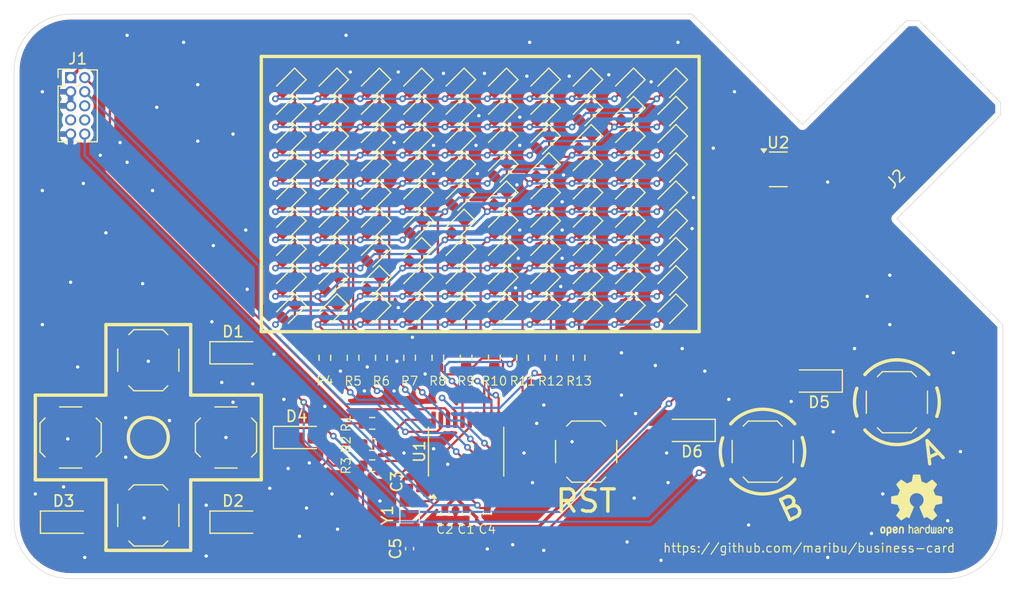
<source format=kicad_pcb>
(kicad_pcb (version 20240108) (generator "pcbnew") (generator_version "8.0")
  (layers (0 "F.Cu" signal) (31 "B.Cu" signal) (34 "B.Paste" user) (35 "F.Paste" user) (36 "B.SilkS" user "B.Silkscreen") (37 "F.SilkS" user "F.Silkscreen") (38 "B.Mask" user) (39 "F.Mask" user) (44 "Edge.Cuts" user))
  (net 0 "")
  (net 1 "VDD")
  (net 2 "GND")
  (net 3 "/OSC32_N")
  (net 4 "/NRST")
  (net 5 "/OSC32_P")
  (net 6 "Net-(D1-A)")
  (net 7 "Net-(D1-K)")
  (net 8 "Net-(D2-A)")
  (net 9 "Net-(D2-K)")
  (net 10 "Net-(D3-K)")
  (net 11 "Net-(D4-A)")
  (net 12 "Net-(D4-K)")
  (net 13 "Net-(D5-K)")
  (net 14 "Net-(D6-K)")
  (net 15 "Net-(D10-K)")
  (net 16 "Net-(D16-A)")
  (net 17 "Net-(D17-A)")
  (net 18 "Net-(D18-A)")
  (net 19 "Net-(D10-A)")
  (net 20 "Net-(D11-A)")
  (net 21 "Net-(D12-A)")
  (net 22 "Net-(D13-A)")
  (net 23 "Net-(D14-A)")
  (net 24 "Net-(D15-A)")
  (net 25 "/SWCLK")
  (net 29 "/SWDIO")
  (net 30 "+5V")
  (net 33 "/BM3")
  (net 34 "/BM2")
  (net 35 "/BM1")
  (net 36 "/PA0")
  (net 37 "/PA1")
  (net 38 "/PA2")
  (net 39 "/PA3")
  (net 40 "/PA4")
  (net 41 "/PA5")
  (net 42 "/PA6")
  (net 43 "/PA7")
  (net 44 "/PA9")
  (net 45 "/PA10")
  (footprint "Button_Switch_SMD:SW_Push_1P1T_XKB_TS-1187A" (layer "F.Cu") (at 24.765 43.845)
    (property "Reference" "SW1" (hide yes))
    (property "Value" "BTN_UP")
  )
  (footprint "LED_SMD:LED_0603_1608Metric" (layer "F.Cu") (at 37.3868 24.2082 -135)
    (property "Reference" "D9" (hide yes))
    (property "Value" "LED")
  )
  (footprint "Button_Switch_SMD:SW_Push_1P1T_XKB_TS-1187A" (layer "F.Cu") (at 17.78 50.8 90)
    (property "Reference" "SW3" (hide yes))
    (property "Value" "BTN_LEFT")
  )
  (footprint "LED_SMD:LED_0603_1608Metric" (layer "F.Cu") (at 64.0568 21.6682 -135)
    (property "Reference" "D71" (hide yes))
    (property "Value" "LED")
  )
  (footprint "LED_SMD:LED_0603_1608Metric" (layer "F.Cu") (at 45.0068 24.2082 -135)
    (property "Reference" "D27" (hide yes))
    (property "Value" "LED")
  )
  (footprint "LED_SMD:LED_0603_1608Metric" (layer "F.Cu") (at 41.1968 26.7482 -135)
    (property "Reference" "D19" (hide yes))
    (property "Value" "LED")
  )
  (footprint "LED_SMD:LED_0603_1608Metric" (layer "F.Cu") (at 52.6268 19.1282 -135)
    (property "Reference" "D43" (hide yes))
    (property "Value" "LED")
  )
  (footprint "Diode_SMD:D_SOD-123F" (layer "F.Cu") (at 38.23 50.8)
    (property "Reference" "D4")
    (property "Value" "D")
  )
  (footprint "LED_SMD:LED_0603_1608Metric" (layer "F.Cu") (at 64.0568 34.3682 -135)
    (property "Reference" "D76" (hide yes))
    (property "Value" "LED")
  )
  (footprint "LED_SMD:LED_0603_1608Metric" (layer "F.Cu") (at 56.4368 31.8282 -135)
    (property "Reference" "D57" (hide yes))
    (property "Value" "LED")
  )
  (footprint "LED_SMD:LED_0603_1608Metric" (layer "F.Cu") (at 60.2468 26.7482 -135)
    (property "Reference" "D64" (hide yes))
    (property "Value" "LED")
  )
  (footprint "LED_SMD:LED_0603_1608Metric" (layer "F.Cu") (at 41.1968 34.3682 -135)
    (property "Reference" "D22" (hide yes))
    (property "Value" "LED")
  )
  (footprint "LED_SMD:LED_0603_1608Metric" (layer "F.Cu") (at 60.2468 21.6682 -135)
    (property "Reference" "D62" (hide yes))
    (property "Value" "LED")
  )
  (footprint "LED_SMD:LED_0603_1608Metric" (layer "F.Cu") (at 60.2468 36.9082 -135)
    (property "Reference" "D68" (hide yes))
    (property "Value" "LED")
  )
  (footprint "LED_SMD:LED_0603_1608Metric" (layer "F.Cu") (at 56.4368 24.2082 -135)
    (property "Reference" "D54" (hide yes))
    (property "Value" "LED")
  )
  (footprint "Connector_PinHeader_1.27mm:PinHeader_2x05_P1.27mm_Vertical" (layer "F.Cu") (at 17.78 18.415)
    (property "Reference" "J1")
    (property "Value" "SWD")
  )
  (footprint "LED_SMD:LED_0603_1608Metric" (layer "F.Cu") (at 41.1968 29.2882 -135)
    (property "Reference" "D20" (hide yes))
    (property "Value" "LED")
  )
  (footprint "LED_SMD:LED_0603_1608Metric" (layer "F.Cu") (at 37.3868 21.6682 -135)
    (property "Reference" "D8" (hide yes))
    (property "Value" "LED")
  )
  (footprint "LED_SMD:LED_0603_1608Metric" (layer "F.Cu") (at 64.0568 26.7482 -135)
    (property "Reference" "D73" (hide yes))
    (property "Value" "LED")
  )
  (footprint "LED_SMD:LED_0603_1608Metric" (layer "F.Cu") (at 67.8668 21.6682 -135)
    (property "Reference" "D80" (hide yes))
    (property "Value" "LED")
  )
  (footprint "Button_Switch_SMD:SW_Push_1P1T_XKB_TS-1187A" (layer "F.Cu") (at 64.135 52.07)
    (property "Reference" "SW5" (hide yes))
    (property "Value" "RST")
  )
  (footprint "Resistor_SMD:R_0603_1608Metric" (layer "F.Cu") (at 63.5 43.625 90)
    (property "Reference" "R13")
    (property "Value" "75R")
  )
  (footprint "LED_SMD:LED_0603_1608Metric" (layer "F.Cu") (at 45.0068 34.3682 -135)
    (property "Reference" "D31" (hide yes))
    (property "Value" "LED")
  )
  (footprint "LED_SMD:LED_0603_1608Metric" (layer "F.Cu") (at 64.0568 24.2082 -135)
    (property "Reference" "D72" (hide yes))
    (property "Value" "LED")
  )
  (footprint "Resistor_SMD:R_0603_1608Metric" (layer "F.Cu") (at 55.88 43.625 90)
    (property "Reference" "R10")
    (property "Value" "75R")
  )
  (footprint "LED_SMD:LED_0603_1608Metric" (layer "F.Cu") (at 41.1968 21.6682 -135)
    (property "Reference" "D17" (hide yes))
    (property "Value" "LED")
  )
  (footprint "LED_SMD:LED_0603_1608Metric" (layer "F.Cu") (at 45.0068 29.2882 -135)
    (property "Reference" "D29" (hide yes))
    (property "Value" "LED")
  )
  (footprint "LED_SMD:LED_0603_1608Metric" (layer "F.Cu") (at 71.6768 34.3682 -135)
    (property "Reference" "D94" (hide yes))
    (property "Value" "LED")
  )
  (footprint "Button_Switch_SMD:SW_Push_1P1T_XKB_TS-1187A" (layer "F.Cu") (at 31.75 50.8 90)
    (property "Reference" "SW4" (hide yes))
    (property "Value" "BTN_RIGHT")
  )
  (footprint "LED_SMD:LED_0603_1608Metric" (layer "F.Cu") (at 52.6268 36.9082 -135)
    (property "Reference" "D50" (hide yes))
    (property "Value" "LED")
  )
  (footprint "Button_Switch_SMD:SW_Push_1P1T_XKB_TS-1187A" (layer "F.Cu") (at 92.075 47.625)
    (property "Reference" "SW6" (hide yes))
    (property "Value" "BTN_A")
  )
  (footprint "Diode_SMD:D_SOD-123F" (layer "F.Cu") (at 84.96 45.72 180)
    (property "Reference" "D5")
    (property "Value" "D")
  )
  (footprint "LED_SMD:LED_0603_1608Metric" (layer "F.Cu") (at 67.8668 26.7482 -135)
    (property "Reference" "D82" (hide yes))
    (property "Value" "LED")
  )
  (footprint "LED_SMD:LED_0603_1608Metric" (layer "F.Cu") (at 45.0068 31.8282 -135)
    (property "Reference" "D30" (hide yes))
    (property "Value" "LED")
  )
  (footprint "LED_SMD:LED_0603_1608Metric" (layer "F.Cu") (at 67.8668 34.3682 -135)
    (property "Reference" "D85" (hide yes))
    (property "Value" "LED")
  )
  (footprint "LED_SMD:LED_0603_1608Metric" (layer "F.Cu") (at 64.0568 19.1282 -135)
    (property "Reference" "D70" (hide yes))
    (property "Value" "LED")
  )
  (footprint "LED_SMD:LED_0603_1608Metric" (layer "F.Cu") (at 52.6268 31.8282 -135)
    (property "Reference" "D48" (hide yes))
    (property "Value" "LED")
  )
  (footprint "LED_SMD:LED_0603_1608Metric" (layer "F.Cu") (at 41.1968 19.1282 -135)
    (property "Reference" "D16" (hide yes))
    (property "Value" "LED")
  )
  (footprint "Capacitor_SMD:C_0402_1005Metric" (layer "F.Cu") (at 55.245 57.63 -90)
    (property "Reference" "C4")
    (property "Value" "100 nF")
  )
  (footprint "LED_SMD:LED_0603_1608Metric" (layer "F.Cu") (at 60.2468 24.2082 -135)
    (property "Reference" "D63" (hide yes))
    (property "Value" "LED")
  )
  (footprint "Package_SO:TSSOP-20_4.4x6.5mm_P0.65mm" (layer "F.Cu") (at 53.34 52.07 90)
    (property "Reference" "U1")
    (property "Value" "STM32G030F6Px")
  )
  (footprint "LED_SMD:LED_0603_1608Metric" (layer "F.Cu") (at 56.4368 21.6682 -135)
    (property "Reference" "D53" (hide yes))
    (property "Value" "LED")
  )
  (footprint "Diode_SMD:D_SOD-123F" (layer "F.Cu") (at 17.275 58.42)
    (property "Reference" "D3")
    (property "Value" "D")
  )
  (footprint "LED_SMD:LED_0603_1608Metric" (layer "F.Cu") (at 64.0568 29.2882 -135)
    (property "Reference" "D74" (hide yes))
    (property "Value" "LED")
  )
  (footprint "LED_SMD:LED_0603_1608Metric" (layer "F.Cu") (at 52.6268 29.2882 -135)
    (property "Reference" "D47" (hide yes))
    (property "Value" "LED")
  )
  (footprint "LED_SMD:LED_0603_1608Metric" (layer "F.Cu") (at 64.0568 31.8282 -135)
    (property "Reference" "D75" (hide yes))
    (property "Value" "LED")
  )
  (footprint "Diode_SMD:D_SOD-123F" (layer "F.Cu") (at 32.515 43.18)
    (property "Reference" "D1")
    (property "Value" "D")
  )
  (footprint "LED_SMD:LED_0603_1608Metric" (layer "F.Cu") (at 37.3868 19.1282 -135)
    (property "Reference" "D7" (hide yes))
    (property "Value" "LED")
  )
  (footprint "LED_SMD:LED_0603_1608Metric" (layer "F.Cu") (at 45.0068 21.6682 -135)
    (property "Reference" "D26" (hide yes))
    (property "Value" "LED")
  )
  (footprint "LED_SMD:LED_0603_1608Metric" (layer "F.Cu") (at 56.4368 39.4482 -135)
    (property "Reference" "D60" (hide yes))
    (property "Value" "LED")
  )
  (footprint "Button_Switch_SMD:SW_Push_1P1T_XKB_TS-1187A" (layer "F.Cu") (at 80.01 52.07)
    (property "Reference" "SW7" (hide yes))
    (property "Value" "BTN_B")
  )
  (footprint "Resistor_SMD:R_0603_1608Metric" (layer "F.Cu") (at 43.18 43.625 90)
    (property "Reference" "R5")
    (property "Value" "75R")
  )
  (footprint "LED_SMD:LED_0603_1608Metric" (layer "F.Cu") (at 71.6768 31.8282 -135)
    (property "Reference" "D93" (hide yes))
    (property "Value" "LED")
  )
  (footprint "LED_SMD:LED_0603_1608Metric" (layer "F.Cu") (at 60.2468 39.4482 -135)
    (property "Reference" "D69" (hide yes))
    (property "Value" "LED")
  )
  (footprint "LED_SMD:LED_0603_1608Metric" (layer "F.Cu") (at 67.8668 39.4482 -135)
    (property "Reference" "D87" (hide yes))
    (property "Value" "LED")
  )
  (footprint "Resistor_SMD:R_0603_1608Metric" (layer "F.Cu") (at 48.26 43.625 90)
    (property "Reference" "R7")
    (property "Value" "75R")
  )
  (footprint "LED_SMD:LED_0603_1608Metric" (layer "F.Cu") (at 67.8668 29.2882 -135)
    (property "Reference" "D83" (hide yes))
    (property "Value" "LED")
  )
  (footprint "LED_SMD:LED_0603_1608Metric" (layer "F.Cu") (at 71.6768 19.1282 -135)
    (property "Reference" "D88" (hide yes))
    (property "Value" "LED")
  )
  (footprint "LED_SMD:LED_0603_1608Metric" (layer "F.Cu") (at 56.4368 19.1282 -135)
    (property "Reference" "D52" (hide yes))
    (property "Value" "LED")
  )
  (footprint "LED_SMD:LED_0603_1608Metric" (layer "F.Cu") (at 37.3868 29.2882 -135)
    (property "Reference" "D11" (hide yes))
    (property "Value" "LED")
  )
  (footprint "Resistor_SMD:R_0603_1608Metric" (layer "F.Cu") (at 44.895 51.435 180)
    (property "Reference" "R2")
    (property "Value" "75R")
  )
  (footprint "Resistor_SMD:R_0603_1608Metric" (layer "F.Cu") (at 40.64 43.625 90)
    (property "Reference" "R4")
    (property "Value" "75R")
  )
  (footprint "LED_SMD:LED_0603_1608Metric" (layer "F.Cu") (at 52.6268 24.2082 -135)
    (property "Reference" "D45" (hide yes))
    (property "Value" "LED")
  )
  (footprint "Package_TO_SOT_SMD:SOT-23-3" (layer "F.Cu") (at 81.4125 26.67)
    (property "Reference" "U2")
    (property "Value" "XC6206P332MR-G")
  )
  (footprint "LED_SMD:LED_0603_1608Metric" (layer "F.Cu") (at 67.8668 31.8282 -135)
    (property "Reference" "D84" (hide yes))
    (property "Value" "LED")
  )
  (footprint "LED_SMD:LED_0603_1608Metric" (layer "F.Cu") (at 37.3868 36.9082 -135)
    (property "Reference" "D14" (hide yes))
    (property "Value" "LED")
  )
  (footprint "LED_SMD:LED_0603_1608Metric" (layer "F.Cu") (at 64.0568 39.4482 -135)
    (property "Reference" "D78" (hide yes))
    (property "Value" "LED")
  )
  (footprint "LED_SMD:LED_0603_1608Metric" (layer "F.Cu") (at 37.3868 31.8282 -135)
    (property "Reference" "D12" (hide yes))
    (property "Value" "LED")
  )
  (footprint "LED_SMD:LED_0603_1608Metric" (layer "F.Cu") (at 41.1968 36.9082 -135)
    (property "Reference" "D23" (hide yes))
    (property "Value" "LED")
  )
  (footprint "LED_SMD:LED_0603_1608Metric" (layer "F.Cu") (at 48.8168 39.4482 -135)
    (property "Reference" "D42" (hide yes))
    (property "Value" "LED")
  )
  (footprint "LED_SMD:LED_0603_1608Metric" (layer "F.Cu") (at 71.6768 26.7482 -135)
    (property "Reference" "D91" (hide yes))
    (property "Value" "LED")
  )
  (footprint "LED_SMD:LED_0603_1608Metric" (layer "F.Cu") (at 71.6768 39.4482 -135)
    (property "Reference" "D96" (hide yes))
    (property "Value" "LED")
  )
  (footprint "LED_SMD:LED_0603_1608Metric" (layer "F.Cu") (at 56.4368 26.7482 -135)
    (property "Reference" "D55" (hide yes))
    (property "Value" "LED")
  )
  (footprint "Diode_SMD:D_SOD-123F" (layer "F.Cu") (at 73.53 50.165 180)
    (property "Reference" "D6")
    (property "Value" "D")
  )
  (footprint "Resistor_SMD:R_0603_1608Metric" (layer "F.Cu") (at 44.895 53.34 180)
    (property "Reference" "R3")
    (property "Value" "75R")
  )
  (footprint "Symbol:OSHW-Logo2_7.3x6mm_SilkScreen" (layer "F.Cu") (at 93.853 56.896)
    (property "Reference" "G**" (hide yes))
    (property "Value" "OSHW-Logo2_7.3x6mm_SilkScreen" (hide yes))
  )
  (footprint "LED_SMD:LED_0603_1608Metric" (layer "F.Cu") (at 60.2468 34.3682 -135)
    (property "Reference" "D67" (hide yes))
    (property "Value" "LED")
  )
  (footprint "LED_SMD:LED_0603_1608Metric" (layer "F.Cu") (at 41.1968 39.4482 -135)
    (property "Reference" "D24" (hide yes))
    (property "Value" "LED")
  )
  (footprint "LED_SMD:LED_0603_1608Metric" (layer "F.Cu") (at 67.8668 24.2082 -135)
    (property "Reference" "D81" (hide yes))
    (property "Value" "LED")
  )
  (footprint "Capacitor_SMD:C_0402_1005Metric" (layer "F.Cu") (at 48.26 60.805 -90)
    (property "Reference" "C5")
    (property "Value" "10 pF")
  )
  (footprint "LED_SMD:LED_0603_1608Metric" (layer "F.Cu") (at 71.6768 21.6682 -135)
    (property "Reference" "D89" (hide yes))
    (property "Value" "LED")
  )
  (footprint "LED_SMD:LED_0603_1608Metric" (layer "F.Cu") (at 52.6268 34.3682 -135)
    (property "Reference" "D49" (hide yes))
    (property "Value" "LED")
  )
  (footprint "LED_SMD:LED_0603_1608Metric" (layer "F.Cu") (at 48.8168 26.7482 -135)
    (property "Reference" "D37" (hide yes))
    (property "Value" "LED")
  )
  (footprint "LED_SMD:LED_0603_1608Metric" (layer "F.Cu") (at 56.4368 29.2882 -135)
    (property "Reference" "D56" (hide yes))
    (property "Value" "LED")
  )
  (footprint "Capacitor_SMD:C_0402_1005Metric" (layer "F.Cu") (at 53.34 57.63 -90)
    (property "Reference" "C1")
    (property "Value" "100 nF")
  )
  (footprint "LED_SMD:LED_0603_1608Metric" (layer "F.Cu") (at 45.0068 39.4482 -135)
    (property "Reference" "D33" (hide yes))
    (property "Value" "LED")
  )
  (footprint "LED_SMD:LED_0603_1608Metric" (layer "F.Cu") (at 71.6768 36.9082 -135)
    (property "Reference" "D95" (hide yes))
    (property "Value" "LED")
  )
  (footprint "LED_SMD:LED_0603_1608Metric" (layer "F.Cu") (at 48.8168 19.1282 -135)
    (property "Reference" "D34" (hide yes))
    (property "Value" "LED")
  )
  (footprint "LED_SMD:LED_0603_1608Metric" (layer "F.Cu") (at 56.4368 36.9082 -135)
    (property "Reference" "D59" (hide yes))
    (property "Value" "LED")
  )
  (footprint "Resistor_SMD:R_0603_1608Metric" (layer "F.Cu") (at 44.895 49.53 180)
    (property "Reference" "R1")
    (property "Value" "75R")
  )
  (footprint "Capacitor_SMD:C_0402_1005Metric" (layer "F.Cu") (at 51.435 57.63 -90)
    (property "Reference" "C2")
    (property "Value" "4.7 uF")
  )
  (footprint "Resistor_SMD:R_0603_1608Metric" (layer "F.Cu") (at 53.34 43.625 90)
    (property "Reference" "R9")
    (property "Value" "75R")
  )
  (footprint "Resistor_SMD:R_0603_1608Metric" (layer "F.Cu") (at 45.72 43.625 90)
    (property "Reference" "R6")
    (property "Value" "75R")
  )
  (footprint "Button_Switch_SMD:SW_Push_1P1T_XKB_TS-1187A" (layer "F.Cu") (at 24.765 57.815)
    (property "Reference" "SW2" (hide yes))
    (property "Value" "BTN_DOWN")
  )
  (footprint "Capacitor_SMD:C_0402_1005Metric" (layer "F.Cu") (at 48.26 54.765 90)
    (property "Reference" "C3")
    (property "Value" "10 pF")
  )
  (footprint "LED_SMD:LED_0603_1608Metric" (layer "F.Cu") (at 45.0068 26.7482 -135)
    (property "Reference" "D28" (hide yes))
    (property "Value" "LED")
  )
  (footprint "LED_SMD:LED_0603_1608Metric" (layer "F.Cu") (at 71.6768 29.2882 -135)
    (property "Reference" "D92" (hide yes))
    (property "Value" "LED")
  )
  (footprint "LED_SMD:LED_0603_1608Metric" (layer "F.Cu") (at 71.6768 24.2082 -135)
    (property "Reference" "D90" (hide yes))
    (property "Value" "LED")
  )
  (footprint "LED_SMD:LED_0603_1608Metric" (layer "F.Cu") (at 67.8668 36.9082 -135)
    (property "Reference" "D86" (hide yes))
    (property "Value" "LED")
  )
  (footprint "LED_SMD:LED_0603_1608Metric" (layer "F.Cu") (at 52.6268 26.7482 -135)
    (property "Reference" "D46" (hide yes))
    (property "Value" "LED")
  )
  (footprint "LED_SMD:LED_0603_1608Metric" (layer "F.Cu") (at 60.2468 29.2882 -135)
    (property "Reference" "D65" (hide yes))
    (property "Value" "LED")
  )
  (footprint "LED_SMD:LED_0603_1608Metric" (layer "F.Cu") (at 56.4368 34.3682 -135)
    (property "Reference" "D58" (hide yes))
    (property "Value" "LED")
  )
  (footprint "Diode_SMD:D_SOD-123F" (layer "F.Cu") (at 32.515 58.42)
    (property "Reference" "D2")
    (property "Value" "D")
  )
  (footprint "LED_SMD:LED_0603_1608Metric" (layer "F.Cu") (at 48.8168 31.8282 -135)
    (property "Reference" "D39" (hide yes))
    (property "Value" "LED")
  )
  (footprint "LED_SMD:LED_0603_1608Metric" (layer "F.Cu") (at 48.8168 24.2082 -135)
    (property "Reference" "D36" (hide yes))
    (property "Value" "LED")
  )
  (footprint "LED_SMD:LED_0603_1608Metric" (layer "F.Cu") (at 60.2468 31.8282 -135)
    (property "Reference" "D66" (hide yes))
    (property "Value" "LED")
  )
  (footprint "Resistor_SMD:R_0603_1608Metric" (layer "F.Cu") (at 58.42 43.625 90)
    (property "Reference" "R11")
    (property "Value" "75R")
  )
  (footprint "LED_SMD:LED_0603_1608Metric" (layer "F.Cu") (at 60.2468 19.1282 -135)
    (property "Reference" "D61" (hide yes))
    (property "Value" "LED")
  )
  (footprint "Crystal:Crystal_SMD_3215-2Pin_3.2x1.5mm" (layer "F.Cu") (at 48.26 57.785 90)
    (property "Reference" "Y1")
    (property "Value" "32.678 kHz")
  )
  (footprint "LED_SMD:LED_0603_1608Metric" (layer "F.Cu") (at 37.3868 34.3682 -135)
    (property "Reference" "D13" (hide yes))
    (property "Value" "LED")
  )
  (footprint "LED_SMD:LED_0603_1608Metric" (layer "F.Cu") (at 41.1968 31.8282 -135)
    (property "Reference" "D21" (hide yes))
    (property "Value" "LED")
  )
  (footprint "LED_SMD:LED_0603_1608Metric" (layer "F.Cu") (at 64.0568 36.9082 -135)
    (property "Reference" "D77" (hide yes))
    (property "Value" "LED")
  )
  (footprint "LED_SMD:LED_0603_1608Metric" (layer "F.Cu") (at 45.0068 19.1282 -135)
    (property "Reference" "D25" (hide yes))
    (property "Value" "LED")
  )
  (footprint "LED_SMD:LED_0603_1608Metric" (layer "F.Cu") (at 52.6268 21.6682 -135)
    (property "Reference" "D44" (hide yes))
    (property "Value" "LED")
  )
  (footprint "LED_SMD:LED_0603_1608Metric" (layer "F.Cu") (at 48.8168 21.6682 -135)
    (property "Reference" "D35" (hide yes))
    (property "Value" "LED")
  )
  (footprint "Project Footprints:USB_A_PCB_Edge_receptacle" (layer "F.Cu") (at 92.075 31.115 -135)
    (property "Reference" "J2")
    (property "Value" "USB_A_PCB_Edge_receptacle")
    (fp_line (start 0 11.999999) (end -13.2 12) (stroke (width 0.05)) (layer "Edge.Cuts"))
    (fp_line (start 0 0) (end -13.200001 0) (stroke (width 0.05)) (layer "Edge.Cuts"))
    (fp_line (start -14 11.2) (end -13.2 12) (stroke (width 0.05)) (layer "Edge.Cuts"))
    (fp_line (start -14 0.799999) (end -14 11.2) (stroke (width 0.05)) (layer "Edge.Cuts"))
    (fp_line (start -14 0.799999) (end -13.200001 0) (stroke (width 0.05)) (layer "Edge.Cuts"))
  )
  (footprint "LED_SMD:LED_0603_1608Metric" (layer "F.Cu") (at 37.3868 26.7482 -135)
    (property "Reference" "D10" (hide yes))
    (property "Value" "LED")
  )
  (footprint "LED_SMD:LED_0603_1608Metric" (layer "F.Cu") (at 37.3868 39.4482 -135)
    (property "Reference" "D15" (hide yes))
    (property "Value" "LED")
  )
  (footprint "LED_SMD:LED_0603_1608Metric" (layer "F.Cu") (at 48.8168 34.3682 -135)
    (property "Reference" "D40" (hide yes))
    (property "Value" "LED")
  )
  (footprint "Resistor_SMD:R_0603_1608Metric" (layer "F.Cu") (at 60.96 43.625 90)
    (property "Reference" "R12")
    (property "Value" "75R")
  )
  (footprint "Resistor_SMD:R_0603_1608Metric" (layer "F.Cu") (at 50.8 43.625 90)
    (property "Reference" "R8")
    (property "Value" "75R")
  )
  (footprint "LED_SMD:LED_0603_1608Metric" (layer "F.Cu") (at 45.0068 36.9082 -135)
    (property "Reference" "D32" (hide yes))
    (property "Value" "LED")
  )
  (footprint "LED_SMD:LED_0603_1608Metric" (layer "F.Cu") (at 48.8168 36.9082 -135)
    (property "Reference" "D41" (hide yes))
    (property "Value" "LED")
  )
  (footprint "LED_SMD:LED_0603_1608Metric" (layer "F.Cu") (at 41.1968 24.2082 -135)
    (property "Reference" "D18" (hide yes))
    (property "Value" "LED")
  )
  (footprint "LED_SMD:LED_0603_1608Metric" (layer "F.Cu") (at 52.6268 39.4482 -135)
    (property "Reference" "D51" (hide yes))
    (property "Value" "LED")
  )
  (footprint "LED_SMD:LED_0603_1608Metric" (layer "F.Cu") (at 48.8168 29.2882 -135)
    (property "Reference" "D38" (hide yes))
    (property "Value" "LED")
  )
  (footprint "LED_SMD:LED_0603_1608Metric" (layer "F.Cu") (at 67.8668 19.1282 -135)
    (property "Reference" "D79" (hide yes))
    (property "Value" "LED")
  )
  (gr_arc (start 89.197951 45.134706) (mid 92.075 43.815) (end 94.956502 45.124954) (stroke (width 0.3)) (layer "F.SilkS"))
  (gr_circle (center 24.765 50.8) (end 26.561051 50.8) (stroke (width 0.3)) (fill none) (layer "F.SilkS"))
  (gr_line (start 20.955 46.99) (end 20.955 40.64) (stroke (width 0.3)) (layer "F.SilkS"))
  (gr_line (start 28.575 54.61) (end 28.575 60.96) (stroke (width 0.3)) (layer "F.SilkS"))
  (gr_line (start 34.925 46.99) (end 34.925 54.61) (stroke (width 0.3)) (layer "F.SilkS"))
  (gr_line (start 34.925 16.51) (end 74.295 16.51) (stroke (width 0.3)) (layer "F.SilkS"))
  (gr_line (start 28.575 60.96) (end 20.955 60.96) (stroke (width 0.3)) (layer "F.SilkS"))
  (gr_line (start 34.925 41.275) (end 34.925 16.51) (stroke (width 0.3)) (layer "F.SilkS"))
  (gr_line (start 28.575 46.99) (end 34.925 46.99) (stroke (width 0.3)) (layer "F.SilkS"))
  (gr_arc (start 82.8935 54.560293) (mid 80.016451 55.879999) (end 77.134949 54.570045) (stroke (width 0.3)) (layer "F.SilkS"))
  (gr_arc (start 77.132951 49.579706) (mid 80.01 48.26) (end 82.891502 49.569954) (stroke (width 0.3)) (layer "F.SilkS"))
  (gr_arc (start 88.482363 48.872022) (mid 88.265 47.625) (end 88.477075 46.377068) (stroke (width 0.3)) (layer "F.SilkS"))
  (gr_line (start 74.295 41.275) (end 34.925 41.275) (stroke (width 0.3)) (layer "F.SilkS"))
  (gr_arc (start 94.952049 50.115294) (mid 92.075 51.435) (end 89.193498 50.125046) (stroke (width 0.3)) (layer "F.SilkS"))
  (gr_line (start 20.955 60.96) (end 20.955 54.61) (stroke (width 0.3)) (layer "F.SilkS"))
  (gr_arc (start 76.417363 53.324931) (mid 76.2 52.077909) (end 76.412075 50.829977) (stroke (width 0.3)) (layer "F.SilkS"))
  (gr_line (start 14.605 46.99) (end 20.955 46.99) (stroke (width 0.3)) (layer "F.SilkS"))
  (gr_arc (start 83.566 50.8) (mid 83.785981 52.07) (end 83.566 53.34) (stroke (width 0.3)) (layer "F.SilkS"))
  (gr_line (start 74.295 16.51) (end 74.295 41.275) (stroke (width 0.3)) (layer "F.SilkS"))
  (gr_line (start 34.925 54.61) (end 28.575 54.61) (stroke (width 0.3)) (layer "F.SilkS"))
  (gr_arc (start 95.663963 46.348909) (mid 95.885 47.625) (end 95.663964 48.901092) (stroke (width 0.3)) (layer "F.SilkS"))
  (gr_line (start 28.575 40.64) (end 28.575 46.99) (stroke (width 0.3)) (layer "F.SilkS"))
  (gr_line (start 20.955 54.61) (end 14.605 54.61) (stroke (width 0.3)) (layer "F.SilkS"))
  (gr_line (start 20.955 40.64) (end 28.575 40.64) (stroke (width 0.3)) (layer "F.SilkS"))
  (gr_line (start 14.605 54.61) (end 14.605 46.99) (stroke (width 0.3)) (layer "F.SilkS"))
  (gr_line (start 92.075 31.115) (end 101.6 40.64) (stroke (width 0.05)) (layer "Edge.Cuts"))
  (gr_line (start 73.66 12.7) (end 17.78 12.7) (stroke (width 0.05)) (layer "Edge.Cuts"))
  (gr_arc (start 12.7 17.78) (mid 14.187898 14.187898) (end 17.78 12.7) (stroke (width 0.05)) (layer "Edge.Cuts"))
  (gr_line (start 83.589719 22.629719) (end 73.66 12.7) (stroke (width 0.05)) (layer "Edge.Cuts"))
  (gr_arc (start 17.78 63.5) (mid 14.187898 62.012102) (end 12.7 58.42) (stroke (width 0.05)) (layer "Edge.Cuts"))
  (gr_line (start 101.6 58.42) (end 101.6 40.64) (stroke (width 0.05)) (layer "Edge.Cuts"))
  (gr_arc (start 101.6 58.42) (mid 100.112102 62.012102) (end 96.52 63.5) (stroke (width 0.05)) (layer "Edge.Cuts"))
  (gr_line (start 96.52 63.5) (end 17.78 63.5) (stroke (width 0.05)) (layer "Edge.Cuts"))
  (gr_line (start 12.7 58.42) (end 12.7 17.78) (stroke (width 0.05)) (layer "Edge.Cuts"))
  (gr_text "A" (at 95.25 52.07 25) (layer "F.SilkS") (effects (font (size 2 2) (thickness 0.3))))
  (gr_text "RST" (at 64.135 56.515 0) (layer "F.SilkS") (effects (font (size 2 2) (thickness 0.3))))
  (gr_text "https://github.com/maribu/business-card" (at 70.993 61.214 0) (layer "F.SilkS") (effects (font (size 0.8 0.8) (thickness 0.1)) (justify left bottom)))
  (gr_text "B" (at 82.55 57.15 25) (layer "F.SilkS") (effects (font (size 2 2) (thickness 0.3))))
  (segment (start 52.365 56.175) (end 53.34 57.15) (width 0.3) (layer "F.Cu") (net 1))
  (segment (start 70.7179 47.6925) (end 70.7179 47.9889) (width 0.3) (layer "F.Cu") (net 1))
  (segment (start 52.365 54.9325) (end 52.365 56.175) (width 0.3) (layer "F.Cu") (net 1))
  (segment (start 59.8972 58.8096) (end 54.8865 58.8096) (width 0.3) (layer "F.Cu") (net 1))
  (segment (start 54.8865 58.8096) (end 54.2925 58.2156) (width 0.3) (layer "F.Cu") (net 1))
  (segment (start 80.275 38.1354) (end 70.7179 47.6925) (width 0.3) (layer "F.Cu") (net 1))
  (segment (start 78.8753 24.0104) (end 72.0477 17.1828) (width 0.3) (layer "F.Cu") (net 1))
  (segment (start 54.2925 58.0213) (end 53.4212 57.15) (width 0.3) (layer "F.Cu") (net 1))
  (segment (start 70.7179 47.9889) (end 59.8972 58.8096) (width 0.3) (layer "F.Cu") (net 1))
  (segment (start 19.0122 17.1828) (end 17.78 18.415) (width 0.3) (layer "F.Cu") (net 1))
  (segment (start 52.365 56.22) (end 51.435 57.15) (width 0.3) (layer "F.Cu") (net 1))
  (segment (start 80.275 27.62) (end 80.275 38.1354) (width 0.3) (layer "F.Cu") (net 1))
  (segment (start 72.0477 17.1828) (end 19.0122 17.1828) (width 0.3) (layer "F.Cu") (net 1))
  (segment (start 78.8753 26.2203) (end 78.8753 24.0104) (width 0.3) (layer "F.Cu") (net 1))
  (segment (start 52.365 56.175) (end 52.365 56.22) (width 0.3) (layer "F.Cu") (net 1))
  (segment (start 54.2925 58.2156) (end 54.2925 58.0213) (width 0.3) (layer "F.Cu") (net 1))
  (segment (start 80.275 27.62) (end 78.8753 26.2203) (width 0.3) (layer "F.Cu") (net 1))
  (segment (start 53.4212 57.15) (end 53.34 57.15) (width 0.3) (layer "F.Cu") (net 1))
  (via (at 58.547 52.197) (size 0.6) (drill 0.3) (layers "F.Cu" "B.Cu") (net 2))
  (via (at 72.771 42.799) (size 0.6) (drill 0.3) (layers "F.Cu" "B.Cu") (net 2))
  (via (at 60.325 47.879) (size 0.6) (drill 0.3) (layers "F.Cu" "B.Cu") (net 2))
  (via (at 88.265 42.799) (size 0.6) (drill 0.3) (layers "F.Cu" "B.Cu") (net 2))
  (via (at 33.528 32.131) (size 0.6) (drill 0.3) (layers "F.Cu" "B.Cu") (net 2))
  (via (at 24.257 36.957) (size 0.6) (drill 0.3) (layers "F.Cu" "B.Cu") (net 2))
  (via (at 47.117 43.942) (size 0.6) (drill 0.3) (layers "F.Cu" "B.Cu") (net 2))
  (via (at 30.610274 33.527597) (size 0.6) (drill 0.3) (layers "F.Cu" "B.Cu") (net 2))
  (via (at 38.989 57.15) (size 0.6) (drill 0.3) (layers "F.Cu" "B.Cu") (net 2))
  (via (at 69.977 18.796) (size 0.6) (drill 0.3) (layers "F.Cu" "B.Cu") (net 2))
  (via (at 26.67 49.276) (size 0.6) (drill 0.3) (layers "F.Cu" "B.Cu") (net 2))
  (via (at 31.75 50.8) (size 0.6) (drill 0.3) (layers "F.Cu" "B.Cu") (net 2))
  (via (at 33.655 37.465) (size 0.6) (drill 0.3) (layers "F.Cu" "B.Cu") (net 2))
  (via (at 24.384 58.039) (size 0.6) (drill 0.3) (layers "F.Cu" "B.Cu") (net 2))
  (via (at 57.531 60.452) (size 0.6) (drill 0.3) (layers "F.Cu" "B.Cu") (net 2))
  (via (at 29.21 24.13) (size 0.6) (drill 0.3) (layers "F.Cu" "B.Cu") (net 2))
  (via (at 29.972 56.896) (size 0.6) (drill 0.3) (layers "F.Cu" "B.Cu") (net 2))
  (via (at 54.483 21.844) (size 0.6) (drill 0.3) (layers "F.Cu" "B.Cu") (net 2))
  (via (at 77.47 19.685) (size 0.6) (drill 0.3) (layers "F.Cu" "B.Cu") (net 2))
  (via (at 59.055 15.24) (size 0.6) (drill 0.3) (layers "F.Cu" "B.Cu") (net 2))
  (via (at 30.48 40.386) (size 0.6) (drill 0.3) (layers "F.Cu" "B.Cu") (net 2))
  (via (at 22.86 26.035) (size 0.6) (drill 0.3) (layers "F.Cu" "B.Cu") (net 2))
  (via (at 46.863 46.609) (size 0.6) (drill 0.3) (layers "F.Cu" "B.Cu") (net 2))
  (via (at 73.66 32.004) (size 0.6) (drill 0.3) (layers "F.Cu" "B.Cu") (net 2))
  (via (at 45.593 56.515) (size 0.6) (drill 0.3) (layers "F.Cu" "B.Cu") (net 2))
  (via (at 58.039 34.671) (size 0.6) (drill 0.3) (layers "F.Cu" "B.Cu") (net 2))
  (via (at 44.196 46.609) (size 0.6) (drill 0.3) (layers "F.Cu" "B.Cu") (net 2))
  (via (at 78.74 58.674) (size 0.6) (drill 0.3) (layers "F.Cu" "B.Cu") (net 2))
  (via (at 73.787 29.21) (size 0.6) (drill 0.3) (layers "F.Cu" "B.Cu") (net 2))
  (via (at 72.39 15.24) (size 0.6) (drill 0.3) (layers "F.Cu" "B.Cu") (net 2))
  (via (at 96.647 58.293) (size 0.6) (drill 0.3) (layers "F.Cu" "B.Cu") (net 2))
  (via (at 62.103 27.178) (size 0.6) (drill 0.3) (layers "F.Cu" "B.Cu") (net 2))
  (via (at 91.44 36.195) (size 0.6) (drill 0.3) (layers "F.Cu" "B.Cu") (net 2))
  (via (at 22.225 24.257) (size 0.6) (drill 0.3) (layers "F.Cu" "B.Cu") (net 2))
  (via (at 54.229 24.511) (size 0.6) (drill 0.3) (layers "F.Cu" "B.Cu") (net 2))
  (via (at 24.765 43.942) (size 0.6) (drill 0.3) (layers "F.Cu" "B.Cu") (net 2))
  (via (at 32.385 23.495) (size 0.6) (drill 0.3) (layers "F.Cu" "B.Cu") (net 2))
  (via (at 89.408 38.1) (size 0.6) (drill 0.3) (layers "F.Cu" "B.Cu") (net 2))
  (via (at 50.419 51.816) (size 0.6) (drill 0.3) (layers "F.Cu" "B.Cu") (net 2))
  (via (at 55.245 60.833) (size 0.6) (drill 0.3) (layers "F.Cu" "B.Cu") (net 2))
  (via (at 27.94 15.24) (size 0.6) (drill 0.3) (layers "F.Cu" "B.Cu") (net 2))
  (via (at 59.309 54.864) (size 0.6) (drill 0.3) (layers "F.Cu" "B.Cu") (net 2))
  (via (at 86.36 50.292) (size 0.6) (drill 0.3) (layers "F.Cu" "B.Cu") (net 2))
  (via (at 47.244 39.116) (size 0.6) (drill 0.3) (layers "F.Cu" "B.Cu") (net 2))
  (via (at 67.31 43.18) (size 0.6) (drill 0.3) (layers "F.Cu" "B.Cu") (net 2))
  (via (at 25.527 21.082) (size 0.6) (drill 0.3) (layers "F.Cu" "B.Cu") (net 2))
  (via (at 20.447 25.4) (size 0.6) (drill 0.3) (layers "F.Cu" "B.Cu") (net 2))
  (via (at 32.385 47.625) (size 0.6) (drill 0.3) (layers "F.Cu" "B.Cu") (net 2))
  (via (at 42.037 44.831) (size 0.6) (drill 0.3) (layers "F.Cu" "B.Cu") (net 2))
  (via (at 36.957 47.371) (size 0.6) (drill 0.3) (layers "F.Cu" "B.Cu") (net 2))
  (via (at 82.568151 47.560686) (size 0.6) (drill 0.3) (layers "F.Cu" "B.Cu") (net 2))
  (via (at 14.605 55.88) (size 0.6) (drill 0.3) (layers "F.Cu" "B.Cu") (net 2))
  (via (at 35.687 55.372) (size 0.6) (drill 0.3) (layers "F.Cu" "B.Cu") (net 2))
  (via (at 34.163 45.974) (size 0.6) (drill 0.3) (layers "F.Cu" "B.Cu") (net 2))
  (via (at 40.64 48.006) (size 0.6) (drill 0.3) (layers "F.Cu" "B.Cu") (net 2))
  (via (at 70.866 61.849) (size 0.6) (drill 0.3) (layers "F.Cu" "B.Cu") (net 2))
  (via (at 17.78 36.83) (size 0.6) (drill 0.3) (layers "F.Cu" "B.Cu") (net 2))
  (via (at 42.545 14.605) (size 0.6) (drill 0.3) (layers "F.Cu" "B.Cu") (net 2))
  (via (at 29.21 19.05) (size 0.6) (drill 0.3) (layers "F.Cu" "B.Cu") (net 2))
  (via (at 58.166 32.131) (size 0.6) (drill 0.3) (layers "F.Cu" "B.Cu") (net 2))
  (via (at 47.244 17.907) (size 0.6) (drill 0.3) (layers "F.Cu" "B.Cu") (net 2))
  (via (at 61.976 32.131) (size 0.6) (drill 0.3) (layers "F.Cu" "B.Cu") (net 2))
  (via (at 59.69 49.53) (size 0.6) (drill 0.3) (layers "F.Cu" "B.Cu") (net 2))
  (via (at 66.167 18.161) (size 0.6) (drill 0.3) (layers "F.Cu" "B.Cu") (net 2))
  (via (at 90.805 55.88) (size 0.6) (drill 0.3) (layers "F.Cu" "B.Cu") (net 2))
  (via (at 74.803 44.831) (size 0.6) (drill 0.3) (layers "F.Cu" "B.Cu") (net 2))
  (via (at 22.733 52.578) (size 0.6) (drill 0.3) (layers "F.Cu" "B.Cu") (net 2))
  (via (at 46.863 24.257) (size 0.6) (drill 0.3) (layers "F.Cu" "B.Cu") (net 2))
  (via (at 58.801 18.288) (size 0.6) (drill 0.3) (layers "F.Cu" "B.Cu") (net 2))
  (via (at 54.991 18.034) (size 0.6) (drill 0.3) (layers "F.Cu" "B.Cu") (net 2))
  (via (at 36.068 43.307) (size 0.6) (drill 0.3) (layers "F.Cu" "B.Cu") (net 2))
  (via (at 17.526 50.927) (size 0.6) (drill 0.3) (layers "F.Cu" "B.Cu") (net 2))
  (via (at 22.86 14.605) (size 0.6) (drill 0.3) (layers "F.Cu" "B.Cu") (net 2))
  (via (at 57.785 37.338) (size 0.6) (drill 0.3) (layers "F.Cu" "B.Cu") (net 2))
  (via (at 76.962 47.371) (size 0.6) (drill 0.3) (layers "F.Cu" "B.Cu") (net 2))
  (via (at 68.58 48.641) (size 0.6) (drill 0.3) (layers "F.Cu" "B.Cu") (net 2))
  (via (at 61.976 29.591) (size 0.6) (drill 0.3) (layers "F.Cu" "B.Cu") (net 2))
  (via (at 54.356 27.051) (size 0.6) (drill 0.3) (layers "F.Cu" "B.Cu") (net 2))
  (via (at 47.752 52.197) (size 0.6) (drill 0.3) (layers "F.Cu" "B.Cu") (net 2))
  (via (at 57.912 28.067) (size 0.6) (drill 0.3) (layers "F.Cu" "B.Cu") (net 2))
  (via (at 29.972 61.468) (size 0.6) (drill 0.3) (layers "F.Cu" "B.Cu") (net 2))
  (via (at 50.419 24.511) (size 0.6) (drill 0.3) (layers "F.Cu" "B.Cu") (net 2))
  (via (at 41.783 59.055) (size 0.6) (drill 0.3) (layers "F.Cu" "B.Cu") (net 2))
  (via (at 67.31 46.99) (size 0.6) (drill 0.3) (layers "F.Cu" "B.Cu") (net 2))
  (via (at 51.689 53.213) (size 0.6) (drill 0.3) (layers "F.Cu" "B.Cu") (net 2))
  (via (at 61.849 37.211) (size 0.6) (drill 0.3) (layers "F.Cu" "B.Cu") (net 2))
  (via (at 18.415 44.45) (size 0.6) (drill 0.3) (layers "F.Cu" "B.Cu") (net 2))
  (via (at 20.955 32.385) (size 0.6) (drill 0.3) (layers "F.Cu" "B.Cu") (net 2))
  (via (at 18.923 27.94) (size 0.6) (drill 0.3) (layers "F.Cu" "B.Cu") (net 2))
  (via (at 15.24 28.575) (size 0.6) (drill 0.3) (layers "F.Cu" "B.Cu") (net 2))
  (via (at 39.243 53.086) (size 0.6) (drill 0.3) (layers "F.Cu" "B.Cu") (net 2))
  (via (at 71.501 54.864) (size 0.6) (drill 0.3) (layers "F.Cu" "B.Cu") (net 2))
  (via (at 31.369 45.847) (size 0.6) (drill 0.3) (layers "F.Cu" "B.Cu") (net 2))
  (via (at 85.852 27.813) (size 0.6) (drill 0.3) (layers "F.Cu" "B.Cu") (net 2))
  (via (at 22.733 49.022) (size 0.6) (drill 0.3) (layers "F.Cu" "B.Cu") (net 2))
  (via (at 61.976 34.671) (size 0.6) (drill 0.3) (layers "F.Cu" "B.Cu") (net 2))
  (via (at 58.166 24.511) (size 0.6) (drill 0.3) (layers "F.Cu" "B.Cu") (net 2))
  (via (at 25.146 28.575) (size 0.6) (drill 0.3) (layers "F.Cu" "B.Cu") (net 2))
  (via (at 97.155 43.18) (size 0.6) (drill 0.3) (layers "F.Cu" "B.Cu") (net 2))
  (via (at 42.926 17.907) (size 0.6) (drill 0.3) (layers "F.Cu" "B.Cu") (net 2))
  (via (at 68.453 56.261) (size 0.6) (drill 0.3) (layers "F.Cu" "B.Cu") (net 2))
  (via (at 44.45 44.45) (size 0.6) (drill 0.3) (layers "F.Cu" "B.Cu") (net 2))
  (via (at 17.145 55.245) (size 0.6) (drill 0.3) (layers "F.Cu" "B.Cu") (net 2))
  (via (at 49.657 45.085) (size 0.6) (drill 0.3) (layers "F.Cu" "B.Cu") (net 2))
  (via (at 89.789 59.436) (size 0.6) (drill 0.3) (layers "F.Cu" "B.Cu") (net 2))
  (via (at 50.419 27.051) (size 0.6) (drill 0.3) (layers "F.Cu" "B.Cu") (net 2))
  (via (at 48.514 41.783) (size 0.6) (drill 0.3) (layers "F.Cu" "B.Cu") (net 2))
  (via (at 75.565 24.765) (size 0.6) (drill 0.3) (layers "F.Cu" "B.Cu") (net 2))
  (via (at 70.358 44.323) (size 0.6) (drill 0.3) (layers "F.Cu" "B.Cu") (net 2))
  (via (at 62.611 18.288) (size 0.6) (drill 0.3) (layers "F.Cu" "B.Cu") (net 2))
  (via (at 97.79 52.07) (size 0.6) (drill 0.3) (layers "F.Cu" "B.Cu") (net 2))
  (via (at 41.275 55.88) (size 0.6) (drill 0.3) (layers "F.Cu" "B.Cu") (net 2))
  (via (at 37.338 53.594) (size 0.6) (drill 0.3) (layers "F.Cu" "B.Cu") (net 2))
  (via (at 15.24 40.64) (size 0.6) (drill 0.3) (layers "F.Cu" "B.Cu") (net 2))
  (via (at 71.374 52.197) (size 0.6) (drill 0.3) (layers "F.Cu" "B.Cu") (net 2))
  (via (at 58.166 21.971) (size 0.6) (drill 0.3) (layers "F.Cu" "B.Cu") (net 2))
  (via (at 38.354 59.69) (size 0.6) (drill 0.3) (layers "F.Cu" "B.Cu") (net 2))
  (via (at 67.818 60.198) (size 0.6) (drill 0.3) (layers "F.Cu" "B.Cu") (net 2))
  (via (at 15.24 19.685) (size 0.6) (drill 0.3) (layers "F.Cu" "B.Cu") (net 2))
  (via (at 19.05 61.595) (size 0.6) (drill 0.3) (layers "F.Cu" "B.Cu") (net 2))
  (via (at 85.852 61.595) (size 0.6) (drill 0.3) (layers "F.Cu" "B.Cu") (net 2))
  (via (at 51.308 18.034) (size 0.6) (drill 0.3) (layers "F.Cu" "B.Cu") (net 2))
  (via (at 62.865 51.181) (size 0.6) (drill 0.3) (layers "F.Cu" "B.Cu") (net 2))
  (via (at 60.325 60.96) (size 0.6) (drill 0.3) (layers "F.Cu" "B.Cu") (net 2))
  (via (at 91.44 40.64) (size 0.6) (drill 0.3) (layers "F.Cu" "B.Cu") (net 2))
  (segment (start 48.26 55.245) (end 48.26 56.535) (width 0.2) (layer "F.Cu") (net 3))
  (segment (start 51.165 55.4936) (end 50.1236 56.535) (width 0.2) (layer "F.Cu") (net 3))
  (segment (start 51.065 54.9325) (end 51.165 55.0325) (width 0.2) (layer "F.Cu") (net 3))
  (segment (start 51.165 55.0325) (end 51.165 55.4936) (width 0.2) (layer "F.Cu") (net 3))
  (segment (start 50.1236 56.535) (end 48.26 56.535) (width 0.2) (layer "F.Cu") (net 3))
  (segment (start 61.135 50.195) (end 61.135 50.8717) (width 0.2) (layer "F.Cu") (net 4))
  (segment (start 55.245 57.15) (end 54.61 57.15) (width 0.2) (layer "F.Cu") (net 4))
  (segment (start 54.61 57.15) (end 54.356 56.896) (width 0.2) (layer "F.Cu") (net 4))
  (segment (start 55.245 57.15) (end 55.4229 57.15) (width 0.2) (layer "F.Cu") (net 4))
  (segment (start 54.356 56.896) (end 53.665 56.205) (width 0.2) (layer "F.Cu") (net 4))
  (segment (start 55.4229 57.15) (end 61.135 51.4379) (width 0.2) (layer "F.Cu") (net 4))
  (segment (start 61.135 50.195) (end 66.3333 50.195) (width 0.2) (layer "F.Cu") (net 4))
  (segment (start 53.665 56.205) (end 53.665 54.9325) (width 0.2) (layer "F.Cu") (net 4))
  (segment (start 55.145 57.15) (end 55.245 57.15) (width 0.2) (layer "F.Cu") (net 4))
  (segment (start 67.135 50.195) (end 66.3333 50.195) (width 0.2) (layer "F.Cu") (net 4))
  (segment (start 61.135 51.4379) (end 61.135 50.8717) (width 0.2) (layer "F.Cu") (net 4))
  (via (at 54.356 56.896) (size 0.6) (drill 0.3) (layers "F.Cu" "B.Cu") (net 4))
  (segment (start 54.356 56.896) (end 50.505529 56.896) (width 0.2) (layer "B.Cu") (net 4))
  (segment (start 50.505529 56.896) (end 19.05 25.440471) (width 0.2) (layer "B.Cu") (net 4))
  (segment (start 19.05 25.440471) (end 19.05 23.495) (width 0.2) (layer "B.Cu") (net 4))
  (segment (start 51.615 55.6885) (end 51.3335 55.97) (width 0.2) (layer "F.Cu") (net 5))
  (segment (start 51.715 54.9325) (end 51.615 55.0325) (width 0.2) (layer "F.Cu") (net 5))
  (segment (start 51.615 55.0325) (end 51.615 55.6885) (width 0.2) (layer "F.Cu") (net 5))
  (segment (start 51.3335 55.97) (end 51.325 55.97) (width 0.2) (layer "F.Cu") (net 5))
  (segment (start 48.26 60.325) (end 48.26 59.035) (width 0.2) (layer "F.Cu") (net 5))
  (segment (start 51.325 55.97) (end 48.26 59.035) (width 0.2) (layer "F.Cu") (net 5))
  (segment (start 18.5532 46.989) (end 18.5532 58.2982) (width 0.2) (layer "F.Cu") (net 6))
  (segment (start 89.075 49.8383) (end 93.935 49.8383) (width 0.2) (layer "F.Cu") (net 6))
  (segment (start 34.29 43.18) (end 38.735 47.625) (width 0.2) (layer "F.Cu") (net 6))
  (segment (start 38.735 47.625) (end 40.64 49.53) (width 0.2) (layer "F.Cu") (net 6))
  (segment (start 85.3067 53.945) (end 89.075 50.1767) (width 0.2) (layer "F.Cu") (net 6))
  (segment (start 40.64 49.53) (end 44.07 49.53) (width 0.2) (layer "F.Cu") (net 6))
  (segment (start 93.935 49.8383) (end 94.2733 49.5) (width 0.2) (layer "F.Cu") (net 6))
  (segment (start 33.915 43.18) (end 34.29 43.18) (width 0.2) (layer "F.Cu") (net 6))
  (segment (start 18.5532 58.2982) (end 18.675 58.42) (width 0.2) (layer "F.Cu") (net 6))
  (segment (start 77.01 53.945) (end 74.325 53.945) (width 0.2) (layer "F.Cu") (net 6))
  (segment (start 83.01 53.945) (end 85.3067 53.945) (width 0.2) (layer "F.Cu") (net 6))
  (segment (start 74.325 53.945) (end 74.295 53.975) (width 0.2) (layer "F.Cu") (net 6))
  (segment (start 77.01 53.945) (end 83.01 53.945) (width 0.2) (layer "F.Cu") (net 6))
  (segment (start 95.075 49.5) (end 94.2733 49.5) (width 0.2) (layer "F.Cu") (net 6))
  (segment (start 89.075 49.5) (end 89.075 49.8383) (width 0.2) (layer "F.Cu") (net 6))
  (segment (start 33.915 43.18) (end 32.3139 44.7811) (width 0.2) (layer "F.Cu") (net 6))
  (segment (start 89.075 49.8383) (end 89.075 50.1767) (width 0.2) (layer "F.Cu") (net 6))
  (segment (start 20.7611 44.7811) (end 18.5532 46.989) (width 0.2) (layer "F.Cu") (net 6))
  (segment (start 32.3139 44.7811) (end 20.7611 44.7811) (width 0.2) (layer "F.Cu") (net 6))
  (via (at 74.295 53.975) (size 0.6) (drill 0.3) (layers "F.Cu" "B.Cu") (net 6))
  (via (at 38.735 47.625) (size 0.6) (drill 0.3) (layers "F.Cu" "B.Cu") (net 6))
  (segment (start 69.885 58.385) (end 74.295 53.975) (width 0.2) (layer "B.Cu") (net 6))
  (segment (start 38.735 51.013529) (end 46.106471 58.385) (width 0.2) (layer "B.Cu") (net 6))
  (segment (start 38.735 47.625) (end 38.735 51.013529) (width 0.2) (layer "B.Cu") (net 6))
  (segment (start 46.106471 58.385) (end 69.885 58.385) (width 0.2) (layer "B.Cu") (net 6))
  (segment (start 28.6367 43.18) (end 27.765 42.3083) (width 0.2) (layer "F.Cu") (net 7))
  (segment (start 27.765 41.97) (end 27.765 42.3083) (width 0.2) (layer "F.Cu") (net 7))
  (segment (start 31.115 43.18) (end 28.6367 43.18) (width 0.2) (layer "F.Cu") (net 7))
  (segment (start 22.905 42.3083) (end 22.5667 41.97) (width 0.2) (layer "F.Cu") (net 7))
  (segment (start 21.765 41.97) (end 22.5667 41.97) (width 0.2) (layer "F.Cu") (net 7))
  (segment (start 27.765 42.3083) (end 22.905 42.3083) (width 0.2) (layer "F.Cu") (net 7))
  (segment (start 33.625 54.5008) (end 33.625 54.6002) (width 0.2) (layer "F.Cu") (net 8))
  (segment (start 33.625 47.8) (end 34.3017 47.8) (width 0.2) (layer "F.Cu") (net 8))
  (segment (start 41.402 50.673) (end 41.402 50.7083) (width 0.2) (layer "F.Cu") (net 8))
  (segment (start 43.8405 51.435) (end 44.07 51.435) (width 0.2) (layer "F.Cu") (net 8))
  (segment (start 40.641 49.9473) (end 41.3667 50.673) (width 0.2) (layer "F.Cu") (net 8))
  (segment (start 37.7291 49.9473) (end 40.641 49.9473) (width 0.2) (layer "F.Cu") (net 8))
  (segment (start 33.915 55.0318) (end 33.915 58.42) (width 0.2) (layer "F.Cu") (net 8))
  (segment (start 21.2027 54.671) (end 20.3317 53.8) (width 0.2) (layer "F.Cu") (net 8))
  (segment (start 36.449 49.9473) (end 34.3017 47.8) (width 0.2) (layer "F.Cu") (net 8))
  (segment (start 19.655 53.8) (end 20.3317 53.8) (width 0.2) (layer "F.Cu") (net 8))
  (segment (start 33.625 54.1504) (end 34.9003 54.1504) (width 0.2) (layer "F.Cu") (net 8))
  (segment (start 37.7291 49.9473) (end 36.449 49.9473) (width 0.2) (layer "F.Cu") (net 8))
  (segment (start 42.164 51.435) (end 41.402 50.673) (width 0.2) (layer "F.Cu") (net 8))
  (segment (start 33.625 54.6002) (end 33.5542 54.671) (width 0.2) (layer "F.Cu") (net 8))
  (segment (start 33.5542 54.671) (end 21.2027 54.671) (width 0.2) (layer "F.Cu") (net 8))
  (segment (start 71.5755 47.7564) (end 73.6119 45.72) (width 0.2) (layer "F.Cu") (net 8))
  (segment (start 37.7291 51.3216) (end 37.7291 49.9473) (width 0.2) (layer "F.Cu") (net 8))
  (segment (start 73.6119 45.72) (end 83.56 45.72) (width 0.2) (layer "F.Cu") (net 8))
  (segment (start 19.655 47.8) (end 19.655 53.8) (width 0.2) (layer "F.Cu") (net 8))
  (segment (start 33.625 53.8) (end 33.625 54.1504) (width 0.2) (layer "F.Cu") (net 8))
  (segment (start 41.3667 50.673) (end 41.402 50.673) (width 0.2) (layer "F.Cu") (net 8))
  (segment (start 33.5542 54.671) (end 33.915 55.0318) (width 0.2) (layer "F.Cu") (net 8))
  (segment (start 42.164 51.435) (end 44.07 51.435) (width 0.2) (layer "F.Cu") (net 8))
  (segment (start 34.9003 54.1504) (end 37.7291 51.3216) (width 0.2) (layer "F.Cu") (net 8))
  (segment (start 33.625 54.1504) (end 33.625 54.5008) (width 0.2) (layer "F.Cu") (net 8))
  (via (at 41.402 50.673) (size 0.6) (drill 0.3) (layers "F.Cu" "B.Cu") (net 8))
  (via (at 71.5755 47.7564) (size 0.6) (drill 0.3) (layers "F.Cu" "B.Cu") (net 8))
  (segment (start 48.225 57.496) (end 41.402 50.673) (width 0.2) (layer "B.Cu") (net 8))
  (segment (start 71.5755 47.7564) (end 61.8359 57.496) (width 0.2) (layer "B.Cu") (net 8))
  (segment (start 61.8359 57.496) (end 48.225 57.496) (width 0.2) (layer "B.Cu") (net 8))
  (segment (start 21.765 55.94) (end 22.5667 55.94) (width 0.2) (layer "F.Cu") (net 9))
  (segment (start 29.9067 58.42) (end 27.765 56.2783) (width 0.2) (layer "F.Cu") (net 9))
  (segment (start 22.905 56.2783) (end 22.5667 55.94) (width 0.2) (layer "F.Cu") (net 9))
  (segment (start 31.115 58.42) (end 29.9067 58.42) (width 0.2) (layer "F.Cu") (net 9))
  (segment (start 27.765 56.2783) (end 22.905 56.2783) (width 0.2) (layer "F.Cu") (net 9))
  (segment (start 27.765 55.94) (end 27.765 56.2783) (width 0.2) (layer "F.Cu") (net 9))
  (segment (start 15.875 58.42) (end 15.875 54.6317) (width 0.2) (layer "F.Cu") (net 10))
  (segment (start 15.875 54.6317) (end 15.905 54.6017) (width 0.2) (layer "F.Cu") (net 10))
  (segment (start 15.905 53.8) (end 15.905 54.6017) (width 0.2) (layer "F.Cu") (net 10))
  (segment (start 15.905 47.8) (end 15.905 53.8) (width 0.2) (layer "F.Cu") (net 10))
  (segment (start 27.765 59.69) (end 21.765 59.69) (width 0.2) (layer "F.Cu") (net 11))
  (segment (start 18.9783 56.2266) (end 18.9783 47.175) (width 0.2) (layer "F.Cu") (net 11))
  (segment (start 27.765 45.72) (end 21.765 45.72) (width 0.2) (layer "F.Cu") (net 11))
  (segment (start 69.6133 50.165) (end 72.13 50.165) (width 0.2) (layer "F.Cu") (net 11))
  (segment (start 20.4333 45.72) (end 21.765 45.72) (width 0.2) (layer "F.Cu") (net 11))
  (segment (start 57.8782 61.9001) (end 69.6133 50.165) (width 0.2) (layer "F.Cu") (net 11))
  (segment (start 34.0701 59.69) (end 27.765 59.69) (width 0.2) (layer "F.Cu") (net 11))
  (segment (start 40.9 52.07) (end 40.9 52.8601) (width 0.2) (layer "F.Cu") (net 11))
  (segment (start 47.9087 61.9001) (end 57.8782 61.9001) (width 0.2) (layer "F.Cu") (net 11))
  (segment (start 44.07 53.34) (end 44.07 58.0614) (width 0.2) (layer "F.Cu") (net 11))
  (segment (start 18.9783 47.175) (end 20.4333 45.72) (width 0.2) (layer "F.Cu") (net 11))
  (segment (start 41.3799 53.34) (end 44.07 53.34) (width 0.2) (layer "F.Cu") (net 11))
  (segment (start 40.9 52.8601) (end 34.0701 59.69) (width 0.2) (layer "F.Cu") (net 11))
  (segment (start 40.9 52.8601) (end 41.3799 53.34) (width 0.2) (layer "F.Cu") (net 11))
  (segment (start 21.765 59.0133) (end 18.9783 56.2266) (width 0.2) (layer "F.Cu") (net 11))
  (segment (start 44.07 58.0614) (end 47.9087 61.9001) (width 0.2) (layer "F.Cu") (net 11))
  (segment (start 21.765 59.69) (end 21.765 59.0133) (width 0.2) (layer "F.Cu") (net 11))
  (segment (start 39.63 50.8) (end 40.9 52.07) (width 0.2) (layer "F.Cu") (net 11))
  (segment (start 29.875 53.8) (end 30.5517 53.8) (width 0.2) (layer "F.Cu") (net 12))
  (segment (start 30.5517 47.8) (end 33.5517 50.8) (width 0.2) (layer "F.Cu") (net 12))
  (segment (start 33.5517 50.8) (end 30.5517 53.8) (width 0.2) (layer "F.Cu") (net 12))
  (segment (start 36.83 50.8) (end 33.5517 50.8) (width 0.2) (layer "F.Cu") (net 12))
  (segment (start 29.875 47.8) (end 30.5517 47.8) (width 0.2) (layer "F.Cu") (net 12))
  (segment (start 88.2433 45.72) (end 88.2733 45.75) (width 0.2) (layer "F.Cu") (net 13))
  (segment (start 95.075 45.75) (end 89.075 45.75) (width 0.2) (layer "F.Cu") (net 13))
  (segment (start 89.075 45.75) (end 88.2733 45.75) (width 0.2) (layer "F.Cu") (net 13))
  (segment (start 86.36 45.72) (end 88.2433 45.72) (width 0.2) (layer "F.Cu") (net 13))
  (segment (start 76.1783 50.165) (end 76.2083 50.195) (width 0.2) (layer "F.Cu") (net 14))
  (segment (start 83.01 50.195) (end 77.01 50.195) (width 0.2) (layer "F.Cu") (net 14))
  (segment (start 77.01 50.195) (end 76.2083 50.195) (width 0.2) (layer "F.Cu") (net 14))
  (segment (start 74.93 50.165) (end 76.1783 50.165) (width 0.2) (layer "F.Cu") (net 14))
  (segment (start 37.9436 31.1417) (end 37.9436 31.2714) (width 0.2) (layer "F.Cu") (net 15))
  (segment (start 37.9437 23.5216) (end 37.9437 26.0616) (width 0.2) (layer "F.Cu") (net 15))
  (segment (start 41.1482 43.5067) (end 40.1499 43.5067) (width 0.2) (layer "F.Cu") (net 15))
  (segment (start 37.9437 19.3044) (end 37.9437 20.9816) (width 0.2) (layer "F.Cu") (net 15))
  (segment (start 44.45 40.005) (end 43.815 40.64) (width 0.2) (layer "F.Cu") (net 15))
  (segment (start 37.9437 19.3044) (end 37.9436 19.3043) (width 0.2) (layer "F.Cu") (net 15))
  (segment (start 37.9436 20.9817) (end 37.9436 21.1114) (width 0.2) (layer "F.Cu") (net 15))
  (segment (start 37.9437 36.3513) (end 37.9436 36.3514) (width 0.2) (layer "F.Cu") (net 15))
  (segment (start 48.26 40.005) (end 47.625 40.64) (width 0.2) (layer "F.Cu") (net 15))
  (segment (start 37.9437 20.9816) (end 37.9437 23.5216) (width 0.2) (layer "F.Cu") (net 15))
  (segment (start 41.4545 43.2004) (end 41.1482 43.5067) (width 0.2) (layer "F.Cu") (net 15))
  (segment (start 37.9437 33.8113) (end 37.9436 33.8114) (width 0.2) (layer "F.Cu") (net 15))
  (segment (start 37.9437 26.0616) (end 37.9436 26.0617) (width 0.2) (layer "F.Cu") (net 15))
  (segment (start 37.9437 28.6016) (end 37.9436 28.6017) (width 0.2) (layer "F.Cu") (net 15))
  (segment (start 37.9437 38.8914) (end 37.9436 38.8914) (width 0.2) (layer "F.Cu") (net 15))
  (segment (start 37.9437 31.1416) (end 37.9436 31.1417) (width 0.2) (layer "F.Cu") (net 15))
  (segment (start 40.005 40.64) (end 41.4545 42.0895) (width 0.2) (layer "F.Cu") (net 15))
  (segment (start 37.9437 28.6016) (end 37.9437 31.1416) (width 0.2) (layer "F.Cu") (net 15))
  (segment (start 37.9437 26.0616) (end 37.9437 28.6016) (width 0.2) (layer "F.Cu") (net 15))
  (segment (start 37.9437 36.3513) (end 37.9437 38.8913) (width 0.2) (layer "F.Cu") (net 15))
  (segment (start 41.4545 42.0895) (end 41.4545 43.2004) (width 0.2) (layer "F.Cu") (net 15))
  (segment (start 40.1499 43.5067) (end 37.9437 41.3005) (width 0.2) (layer "F.Cu") (net 15))
  (segment (start 37.9437 23.5216) (end 37.9436 23.5217) (width 0.2) (layer "F.Cu") (net 15))
  (segment (start 37.9437 18.5713) (end 37.9437 19.3044) (width 0.2) (layer "F.Cu") (net 15))
  (segment (start 37.9437 38.8913) (end 37.9437 38.8914) (width 0.2) (layer "F.Cu") (net 15))
  (segment (start 37.9437 33.8113) (end 37.9437 36.3513) (width 0.2) (layer "F.Cu") (net 15))
  (segment (start 63.5 40.005) (end 62.865 40.64) (width 0.2) (layer "F.Cu") (net 15))
  (segment (start 37.9436 26.0617) (end 37.9436 26.1914) (width 0.2) (layer "F.Cu") (net 15))
  (segment (start 63.5 42.8) (end 63.5 40.005) (width 0.2) (layer "F.Cu") (net 15))
  (segment (start 37.9436 28.6017) (end 37.9436 28.7314) (width 0.2) (layer "F.Cu") (net 15))
  (segment (start 71.12 40.005) (end 70.485 40.64) (width 0.2) (layer "F.Cu") (net 15))
  (segment (start 37.9436 23.5217) (end 37.9436 23.6514) (width 0.2) (layer "F.Cu") (net 15))
  (segment (start 37.9437 20.9816) (end 37.9436 20.9817) (width 0.2) (layer "F.Cu") (net 15))
  (segment (start 40.64 40.005) (end 40.005 40.64) (width 0.2) (layer "F.Cu") (net 15))
  (segment (start 67.31 40.005) (end 66.675 40.64) (width 0.2) (layer "F.Cu") (net 15))
  (segment (start 37.9437 41.3005) (end 37.9437 38.8914) (width 0.2) (layer "F.Cu") (net 15))
  (segment (start 52.07 40.005) (end 51.435 40.64) (width 0.2) (layer "F.Cu") (net 15))
  (segment (start 59.69 40.005) (end 59.055 40.64) (width 0.2) (layer "F.Cu") (net 15))
  (segment (start 37.9436 19.3043) (end 37.9436 18.5714) (width 0.2) (layer "F.Cu") (net 15))
  (segment (start 55.88 40.005) (end 55.245 40.64) (width 0.2) (layer "F.Cu") (net 15))
  (segment (start 37.9437 31.1416) (end 37.9437 33.8113) (width 0.2) (layer "F.Cu") (net 15))
  (via (at 70.485 40.64) (size 0.6) (drill 0.3) (layers "F.Cu" "B.Cu") (net 15))
  (via (at 55.245 40.64) (size 0.6) (drill 0.3) (layers "F.Cu" "B.Cu") (net 15))
  (via (at 51.435 40.64) (size 0.6) (drill 0.3) (layers "F.Cu" "B.Cu") (net 15))
  (via (at 43.815 40.64) (size 0.6) (drill 0.3) (layers "F.Cu" "B.Cu") (net 15))
  (via (at 66.675 40.64) (size 0.6) (drill 0.3) (layers "F.Cu" "B.Cu") (net 15))
  (via (at 62.865 40.64) (size 0.6) (drill 0.3) (layers "F.Cu" "B.Cu") (net 15))
  (via (at 59.055 40.64) (size 0.6) (drill 0.3) (layers "F.Cu" "B.Cu") (net 15))
  (via (at 47.625 40.64) (size 0.6) (drill 0.3) (layers "F.Cu" "B.Cu") (net 15))
  (via (at 40.005 40.64) (size 0.6) (drill 0.3) (layers "F.Cu" "B.Cu") (net 15))
  (segment (start 59.055 40.64) (end 55.245 40.64) (width 0.2) (layer "B.Cu") (net 15))
  (segment (start 51.435 40.64) (end 47.625 40.64) (width 0.2) (layer "B.Cu") (net 15))
  (segment (start 62.865 40.64) (end 59.055 40.64) (width 0.2) (layer "B.Cu") (net 15))
  (segment (start 66.675 40.64) (end 62.865 40.64) (width 0.2) (layer "B.Cu") (net 15))
  (segment (start 70.485 40.64) (end 66.675 40.64) (width 0.2) (layer "B.Cu") (net 15))
  (segment (start 55.245 40.64) (end 51.435 40.64) (width 0.2) (layer "B.Cu") (net 15))
  (segment (start 47.625 40.64) (end 43.815 40.64) (width 0.2) (layer "B.Cu") (net 15))
  (segment (start 40.005 40.64) (end 43.815 40.64) (width 0.2) (layer "B.Cu") (net 15))
  (segment (start 72.2337 33.8113) (end 72.2336 33.8114) (width 0.2) (layer "F.Cu") (net 16))
  (segment (start 72.2336 36.2217) (end 72.2336 36.3514) (width 0.2) (layer "F.Cu") (net 16))
  (segment (start 72.2337 38.8913) (end 72.2337 38.0284) (width 0.2) (layer "F.Cu") (net 16))
  (segment (start 72.2337 26.1914) (end 72.2337 23.5216) (width 0.2) (layer "F.Cu") (net 16))
  (segment (start 48.26 19.685) (end 47.625 20.32) (width 0.2) (layer "F.Cu") (net 16))
  (segment (start 72.2337 33.8113) (end 72.2337 31.2714) (width 0.2) (layer "F.Cu") (net 16))
  (segment (start 40.64 42.8) (end 39.37 41.53) (width 0.2) (layer "F.Cu") (net 16))
  (segment (start 72.2336 31.2714) (end 72.2337 31.2714) (width 0.2) (layer "F.Cu") (net 16))
  (segment (start 44.45 19.685) (end 43.815 20.32) (width 0.2) (layer "F.Cu") (net 16))
  (segment (start 72.2337 38.0284) (end 72.2336 38.0285) (width 0.2) (layer "F.Cu") (net 16))
  (segment (start 72.2336 26.1914) (end 72.2337 26.1914) (width 0.2) (layer "F.Cu") (net 16))
  (segment (start 72.2336 28.7314) (end 72.2337 28.7314) (width 0.2) (layer "F.Cu") (net 16))
  (segment (start 59.69 19.685) (end 59.055 20.32) (width 0.2) (layer "F.Cu") (net 16))
  (segment (start 63.5 19.685) (end 62.865 20.32) (width 0.2) (layer "F.Cu") (net 16))
  (segment (start 67.31 19.685) (end 66.675 20.32) (width 0.2) (layer "F.Cu") (net 16))
  (segment (start 40.64 19.685) (end 40.005 20.32) (width 0.2) (layer "F.Cu") (net 16))
  (segment (start 67.31 18.5709) (end 67.31 19.685) (width 0.2) (layer "F.Cu") (net 16))
  (segment (start 36.83 19.685) (end 36.195 20.32) (width 0.2) (layer "F.Cu") (net 16))
  (segment (start 72.2337 18.5784) (end 72.2336 18.5783) (width 0.2) (layer "F.Cu") (net 16))
  (segment (start 72.2337 20.9816) (end 72.2336 20.9817) (width 0.2) (layer "F.Cu") (net 16))
  (segment (start 72.2336 38.0285) (end 72.2336 38.8914) (width 0.2) (layer "F.Cu") (net 16))
  (segment (start 72.2336 18.5714) (end 71.3711 17.7089) (width 0.2) (layer "F.Cu") (net 16))
  (segment (start 72.2337 31.2714) (end 72.2337 28.7314) (width 0.2) (layer "F.Cu") (net 16))
  (segment (start 72.2337 38.0284) (end 72.2337 36.2216) (width 0.2) (layer "F.Cu") (net 16))
  (segment (start 72.2337 28.7314) (end 72.2337 26.1914) (width 0.2) (layer "F.Cu") (net 16))
  (segment (start 72.2337 18.5784) (end 72.2337 18.5713) (width 0.2) (layer "F.Cu") (net 16))
  (segment (start 71.3711 17.7089) (end 68.172 17.7089) (width 0.2) (layer "F.Cu") (net 16))
  (segment (start 72.2337 36.2216) (end 72.2336 36.2217) (width 0.2) (layer "F.Cu") (net 16))
  (segment (start 39.37 20.955) (end 40.005 20.32) (width 0.2) (layer "F.Cu") (net 16))
  (segment (start 72.2336 18.5783) (end 72.2336 18.5714) (width 0.2) (layer "F.Cu") (net 16))
  (segment (start 52.07 19.685) (end 51.435 20.32) (width 0.2) (layer "F.Cu") (net 16))
  (segment (start 55.88 19.685) (end 55.245 20.32) (width 0.2) (layer "F.Cu") (net 16))
  (segment (start 72.2337 20.9816) (end 72.2337 18.5784) (width 0.2) (layer "F.Cu") (net 16))
  (segment (start 72.2336 23.5217) (end 72.2336 23.6514) (width 0.2) (layer "F.Cu") (net 16))
  (segment (start 72.2336 20.9817) (end 72.2336 21.1114) (width 0.2) (layer "F.Cu") (net 16))
  (segment (start 39.37 41.53) (end 39.37 20.955) (width 0.2) (layer "F.Cu") (net 16))
  (segment (start 72.2337 23.5216) (end 72.2336 23.5217) (width 0.2) (layer "F.Cu") (net 16))
  (segment (start 68.172 17.7089) (end 67.31 18.5709) (width 0.2) (layer "F.Cu") (net 16))
  (segment (start 72.2337 36.2216) (end 72.2337 33.8113) (width 0.2) (layer "F.Cu") (net 16))
  (segment (start 40.005 20.32) (end 40.64 19.685) (width 0.2) (layer "F.Cu") (net 16))
  (segment (start 72.2337 23.5216) (end 72.2337 20.9816) (width 0.2) (layer "F.Cu") (net 16))
  (via (at 47.625 20.32) (size 0.6) (drill 0.3) (layers "F.Cu" "B.Cu") (net 16))
  (via (at 66.675 20.32) (size 0.6) (drill 0.3) (layers "F.Cu" "B.Cu") (net 16))
  (via (at 62.865 20.32) (size 0.6) (drill 0.3) (layers "F.Cu" "B.Cu") (net 16))
  (via (at 43.815 20.32) (size 0.6) (drill 0.3) (layers "F.Cu" "B.Cu") (net 16))
  (via (at 51.435 20.32) (size 0.6) (drill 0.3) (layers "F.Cu" "B.Cu") (net 16))
  (via (at 59.055 20.32) (size 0.6) (drill 0.3) (layers "F.Cu" "B.Cu") (net 16))
  (via (at 40.005 20.32) (size 0.6) (drill 0.3) (layers "F.Cu" "B.Cu") (net 16))
  (via (at 55.245 20.32) (size 0.6) (drill 0.3) (layers "F.Cu" "B.Cu") (net 16))
  (via (at 36.195 20.32) (size 0.6) (drill 0.3) (layers "F.Cu" "B.Cu") (net 16))
  (segment (start 36.195 20.32) (end 40.005 20.32) (width 0.2) (layer "B.Cu") (net 16))
  (segment (start 43.815 20.32) (end 47.625 20.32) (width 0.2) (layer "B.Cu") (net 16))
  (segment (start 55.245 20.32) (end 59.055 20.32) (width 0.2) (layer "B.Cu") (net 16))
  (segment (start 40.005 20.32) (end 43.815 20.32) (width 0.2) (layer "B.Cu") (net 16))
  (segment (start 62.865 20.32) (end 66.675 20.32) (width 0.2) (layer "B.Cu") (net 16))
  (segment (start 47.625 20.32) (end 51.435 20.32) (width 0.2) (layer "B.Cu") (net 16))
  (segment (start 51.435 20.32) (end 55.245 20.32) (width 0.2) (layer "B.Cu") (net 16))
  (segment (start 59.055 20.32) (end 62.865 20.32) (width 0.2) (layer "B.Cu") (net 16))
  (segment (start 36.83 22.225) (end 36.195 22.86) (width 0.2) (layer "F.Cu") (net 17))
  (segment (start 68.4236 33.6817) (end 68.4236 33.8114) (width 0.2) (layer "F.Cu") (net 17))
  (segment (start 43.815 22.86) (end 44.45 22.225) (width 0.2) (layer "F.Cu") (net 17))
  (segment (start 68.4236 19.3043) (end 68.4236 18.5714) (width 0.2) (layer "F.Cu") (net 17))
  (segment (start 68.4236 38.8914) (end 68.4237 38.8913) (width 0.2) (layer "F.Cu") (net 17))
  (segment (start 70.4833 20.3217) (end 70.485 20.32) (width 0.2) (layer "F.Cu") (net 17))
  (segment (start 68.4237 33.6816) (end 68.4236 33.6817) (width 0.2) (layer "F.Cu") (net 17))
  (segment (start 63.5 22.225) (end 62.865 22.86) (width 0.2) (layer "F.Cu") (net 17))
  (segment (start 68.4237 36.2216) (end 68.4237 33.6816) (width 0.2) (layer "F.Cu") (net 17))
  (segment (start 68.4237 31.1416) (end 68.4236 31.1417) (width 0.2) (layer "F.Cu") (net 17))
  (segment (start 68.4237 28.6016) (end 68.4236 28.6017) (width 0.2) (layer "F.Cu") (net 17))
  (segment (start 68.4236 21.339) (end 68.4236 21.1114) (width 0.2) (layer "F.Cu") (net 17))
  (segment (start 59.69 22.225) (end 59.055 22.86) (width 0.2) (layer "F.Cu") (net 17))
  (segment (start 68.4236 26.0617) (end 68.4236 26.1914) (width 0.2) (layer "F.Cu") (net 17))
  (segment (start 68.4237 36.2216) (end 68.4236 36.2217) (width 0.2) (layer "F.Cu") (net 17))
  (segment (start 68.4237 19.3044) (end 68.4236 19.3043) (width 0.2) (layer "F.Cu") (net 17))
  (segment (start 71.12 19.685) (end 70.485 20.32) (width 0.2) (layer "F.Cu") (net 17))
  (segment (start 68.4237 26.0616) (end 68.4237 23.5216) (width 0.2) (layer "F.Cu") (net 17))
  (segment (start 68.4236 36.2217) (end 68.4236 36.3514) (width 0.2) (layer "F.Cu") (net 17))
  (segment (start 55.88 22.225) (end 55.245 22.86) (width 0.2) (layer "F.Cu") (net 17))
  (segment (start 42.78 42.4) (end 42.78 23.895) (width 0.2) (layer "F.Cu") (net 17))
  (segment (start 68.4237 20.3217) (end 70.4833 20.3217) (width 0.2) (layer "F.Cu") (net 17))
  (segment (start 68.4236 23.5217) (end 68.4236 23.6514) (width 0.2) (layer "F.Cu") (net 17))
  (segment (start 68.4237 23.5216) (end 68.4236 23.5217) (width 0.2) (layer "F.Cu") (net 17))
  (segment (start 68.4237 31.1416) (end 68.4237 28.6016) (width 0.2) (layer "F.Cu") (net 17))
  (segment (start 43.18 42.8) (end 42.78 42.4) (width 0.2) (layer "F.Cu") (net 17))
  (segment (start 68.4237 33.6816) (end 68.4237 31.1416) (width 0.2) (layer "F.Cu") (net 17))
  (segment (start 68.4237 23.5216) (end 68.4237 21.3391) (width 0.2) (layer "F.Cu") (net 17))
  (segment (start 52.07 22.225) (end 51.435 22.86) (width 0.2) (layer "F.Cu") (net 17))
  (segment (start 40.64 22.225) (end 40.005 22.86) (width 0.2) (layer "F.Cu") (net 17))
  (segment (start 68.4236 28.6017) (end 68.4236 28.7314) (width 0.2) (layer "F.Cu") (net 17))
  (segment (start 68.4237 28.6016) (end 68.4237 26.0616) (width 0.2) (layer "F.Cu") (net 17))
  (segment (start 42.78 23.895) (end 43.815 22.86) (width 0.2) (layer "F.Cu") (net 17))
  (segment (start 68.4237 21.3391) (end 68.4237 20.3217) (width 0.2) (layer "F.Cu") (net 17))
  (segment (start 68.4237 20.3217) (end 68.4237 19.3044) (width 0.2) (layer "F.Cu") (net 17))
  (segment (start 68.4236 31.1417) (end 68.4236 31.2714) (width 0.2) (layer "F.Cu") (net 17))
  (segment (start 68.4237 38.8913) (end 68.4237 36.2216) (width 0.2) (layer "F.Cu") (net 17))
  (segment (start 68.4237 21.3391) (end 68.4236 21.339) (width 0.2) (layer "F.Cu") (net 17))
  (segment (start 68.4237 19.3044) (end 68.4237 18.5713) (width 0.2) (layer "F.Cu") (net 17))
  (segment (start 44.45 22.225) (end 43.815 22.86) (width 0.2) (layer "F.Cu") (net 17))
  (segment (start 68.4237 26.0616) (end 68.4236 26.0617) (width 0.2) (layer "F.Cu") (net 17))
  (segment (start 48.26 22.225) (end 47.625 22.86) (width 0.2) (layer "F.Cu") (net 17))
  (via (at 70.485 20.32) (size 0.6) (drill 0.3) (layers "F.Cu" "B.Cu") (net 17))
  (via (at 55.245 22.86) (size 0.6) (drill 0.3) (layers "F.Cu" "B.Cu") (net 17))
  (via (at 47.625 22.86) (size 0.6) (drill 0.3) (layers "F.Cu" "B.Cu") (net 17))
  (via (at 43.815 22.86) (size 0.6) (drill 0.3) (layers "F.Cu" "B.Cu") (net 17))
  (via (at 62.865 22.86) (size 0.6) (drill 0.3) (layers "F.Cu" "B.Cu") (net 17))
  (via (at 51.435 22.86) (size 0.6) (drill 0.3) (layers "F.Cu" "B.Cu") (net 17))
  (via (at 59.055 22.86) (size 0.6) (drill 0.3) (layers "F.Cu" "B.Cu") (net 17))
  (via (at 36.195 22.86) (size 0.6) (drill 0.3) (layers "F.Cu" "B.Cu") (net 17))
  (via (at 40.005 22.86) (size 0.6) (drill 0.3) (layers "F.Cu" "B.Cu") (net 17))
  (segment (start 51.435 22.86) (end 55.245 22.86) (width 0.2) (layer "B.Cu") (net 17))
  (segment (start 64.135 21.59) (end 69.215 21.59) (width 0.2) (layer "B.Cu") (net 17))
  (segment (start 43.815 22.86) (end 47.625 22.86) (width 0.2) (layer "B.Cu") (net 17))
  (segment (start 40.005 22.86) (end 43.815 22.86) (width 0.2) (layer "B.Cu") (net 17))
  (segment (start 62.865 22.86) (end 64.135 21.59) (width 0.2) (layer "B.Cu") (net 17))
  (segment (start 69.215 21.59) (end 70.485 20.32) (width 0.2) (layer "B.Cu") (net 17))
  (segment (start 47.625 22.86) (end 51.435 22.86) (width 0.2) (layer "B.Cu") (net 17))
  (segment (start 59.055 22.86) (end 62.865 22.86) (width 0.2) (layer "B.Cu") (net 17))
  (segment (start 36.195 22.86) (end 40.005 22.86) (width 0.2) (layer "B.Cu") (net 17))
  (segment (start 55.245 22.86) (end 59.055 22.86) (width 0.2) (layer "B.Cu") (net 17))
  (segment (start 59.69 24.765) (end 59.055 25.4) (width 0.2) (layer "F.Cu") (net 18))
  (segment (start 43.18 26.035) (end 43.815 25.4) (width 0.2) (layer "F.Cu") (net 18))
  (segment (start 64.6137 26.1914) (end 64.6137 23.5216) (width 0.2) (layer "F.Cu") (net 18))
  (segment (start 64.6136 20.9651) (end 64.6136 21.1114) (width 0.2) (layer "F.Cu") (net 18))
  (segment (start 64.6137 20.965) (end 64.6136 20.9651) (width 0.2) (layer "F.Cu") (net 18))
  (segment (start 64.6137 20.965) (end 64.6137 18.5714) (width 0.2) (layer "F.Cu") (net 18))
  (segment (start 64.6136 23.5217) (end 64.6136 23.6514) (width 0.2) (layer "F.Cu") (net 18))
  (segment (start 64.6137 28.7314) (end 64.6137 26.1914) (width 0.2) (layer "F.Cu") (net 18))
  (segment (start 64.6136 38.0285) (end 64.6136 38.8914) (width 0.2) (layer "F.Cu") (net 18))
  (segment (start 64.6137 23.5216) (end 64.6137 22.5445) (width 0.2) (layer "F.Cu") (net 18))
  (segment (start 48.26 24.765) (end 47.625 25.4) (width 0.2) (layer "F.Cu") (net 18))
  (segment (start 64.6136 28.7314) (end 64.6137 28.7314) (width 0.2) (layer "F.Cu") (net 18))
  (segment (start 43.815 25.4) (end 44.45 24.765) (width 0.2) (layer "F.Cu") (net 18))
  (segment (start 64.6136 36.2217) (end 64.6136 36.3514) (width 0.2) (layer "F.Cu") (net 18))
  (segment (start 67.31 22.225) (end 66.675 22.86) (width 0.2) (layer "F.Cu") (net 18))
  (segment (start 64.6136 31.2714) (end 64.6137 31.2714) (width 0.2) (layer "F.Cu") (net 18))
  (segment (start 55.88 24.765) (end 55.245 25.4) (width 0.2) (layer "F.Cu") (net 18))
  (segment (start 45.1265 42.8) (end 43.18 40.8535) (width 0.2) (layer "F.Cu") (net 18))
  (segment (start 64.6137 33.6816) (end 64.6136 33.6817) (width 0.2) (layer "F.Cu") (net 18))
  (segment (start 64.6137 38.8913) (end 64.6137 38.0284) (width 0.2) (layer "F.Cu") (net 18))
  (segment (start 45.72 42.8) (end 45.1265 42.8) (width 0.2) (layer "F.Cu") (net 18))
  (segment (start 64.6137 22.5445) (end 66.3595 22.5445) (width 0.2) (layer "F.Cu") (net 18))
  (segment (start 64.6136 26.1914) (end 64.6137 26.1914) (width 0.2) (layer "F.Cu") (net 18))
  (segment (start 64.6137 22.5445) (end 64.6137 20.965) (width 0.2) (layer "F.Cu") (net 18))
  (segment (start 71.12 22.225) (end 70.485 22.86) (width 0.2) (layer "F.Cu") (net 18))
  (segment (start 64.6137 36.2216) (end 64.6137 33.6816) (width 0.2) (layer "F.Cu") (net 18))
  (segment (start 64.6136 18.5714) (end 64.6137 18.5714) (width 0.2) (layer "F.Cu") (net 18))
  (segment (start 52.07 24.765) (end 51.435 25.4) (width 0.2) (layer "F.Cu") (net 18))
  (segment (start 64.6137 23.5216) (end 64.6136 23.5217) (width 0.2) (layer "F.Cu") (net 18))
  (segment (start 64.6137 18.5714) (end 64.6137 18.5713) (width 0.2) (layer "F.Cu") (net 18))
  (segment (start 44.45 24.765) (end 43.815 25.4) (width 0.2) (layer "F.Cu") (net 18))
  (segment (start 64.6137 38.0284) (end 64.6137 36.2216) (width 0.2) (layer "F.Cu") (net 18))
  (segment (start 64.6137 31.2714) (end 64.6137 28.7314) (width 0.2) (layer "F.Cu") (net 18))
  (segment (start 66.3595 22.5445) (end 66.675 22.86) (width 0.2) (layer "F.Cu") (net 18))
  (segment (start 64.6137 38.0284) (end 64.6136 38.0285) (width 0.2) (layer "F.Cu") (net 18))
  (segment (start 64.6136 33.6817) (end 64.6136 33.8114) (width 0.2) (layer "F.Cu") (net 18))
  (segment (start 40.64 24.765) (end 40.005 25.4) (width 0.2) (layer "F.Cu") (net 18))
  (segment (start 64.6137 33.6816) (end 64.6137 31.2714) (width 0.2) (layer "F.Cu") (net 18))
  (segment (start 43.18 40.8535) (end 43.18 26.035) (width 0.2) (layer "F.Cu") (net 18))
  (segment (start 36.83 24.765) (end 36.195 25.4) (width 0.2) (layer "F.Cu") (net 18))
  (segment (start 64.6137 36.2216) (end 64.6136 36.2217) (width 0.2) (layer "F.Cu") (net 18))
  (via (at 43.815 25.4) (size 0.6) (drill 0.3) (layers "F.Cu" "B.Cu") (net 18))
  (via (at 55.245 25.4) (size 0.6) (drill 0.3) (layers "F.Cu" "B.Cu") (net 18))
  (via (at 66.675 22.86) (size 0.6) (drill 0.3) (layers "F.Cu" "B.Cu") (net 18))
  (via (at 51.435 25.4) (size 0.6) (drill 0.3) (layers "F.Cu" "B.Cu") (net 18))
  (via (at 70.485 22.86) (size 0.6) (drill 0.3) (layers "F.Cu" "B.Cu") (net 18))
  (via (at 47.625 25.4) (size 0.6) (drill 0.3) (layers "F.Cu" "B.Cu") (net 18))
  (via (at 36.195 25.4) (size 0.6) (drill 0.3) (layers "F.Cu" "B.Cu") (net 18))
  (via (at 40.005 25.4) (size 0.6) (drill 0.3) (layers "F.Cu" "B.Cu") (net 18))
  (via (at 59.055 25.4) (size 0.6) (drill 0.3) (layers "F.Cu" "B.Cu") (net 18))
  (segment (start 55.245 25.4) (end 59.055 25.4) (width 0.2) (layer "B.Cu") (net 18))
  (segment (start 40.005 25.4) (end 43.815 25.4) (width 0.2) (layer "B.Cu") (net 18))
  (segment (start 43.815 25.4) (end 47.625 25.4) (width 0.2) (layer "B.Cu") (net 18))
  (segment (start 66.675 22.86) (end 70.485 22.86) (width 0.2) (layer "B.Cu") (net 18))
  (segment (start 47.625 25.4) (end 51.435 25.4) (width 0.2) (layer "B.Cu") (net 18))
  (segment (start 36.195 25.4) (end 40.005 25.4) (width 0.2) (layer "B.Cu") (net 18))
  (segment (start 60.325 24.13) (end 65.405 24.13) (width 0.2) (layer "B.Cu") (net 18))
  (segment (start 51.435 25.4) (end 55.245 25.4) (width 0.2) (layer "B.Cu") (net 18))
  (segment (start 59.055 25.4) (end 60.325 24.13) (width 0.2) (layer "B.Cu") (net 18))
  (segment (start 65.405 24.13) (end 66.675 22.86) (width 0.2) (layer "B.Cu") (net 18))
  (segment (start 52.07 27.305) (end 51.435 27.94) (width 0.2) (layer "F.Cu") (net 19))
  (segment (start 60.8037 33.8114) (end 60.8037 31.2714) (width 0.2) (layer "F.Cu") (net 19))
  (segment (start 60.8036 23.5217) (end 60.8036 23.6514) (width 0.2) (layer "F.Cu") (net 19))
  (segment (start 60.8036 20.9817) (end 60.8036 21.1114) (width 0.2) (layer "F.Cu") (net 19))
  (segment (start 62.7204 25.5446) (end 62.865 25.4) (width 0.2) (layer "F.Cu") (net 19))
  (segment (start 47.625 27.94) (end 48.26 27.305) (width 0.2) (layer "F.Cu") (net 19))
  (segment (start 40.64 27.305) (end 40.005 27.94) (width 0.2) (layer "F.Cu") (net 19))
  (segment (start 46.4226 40.9626) (end 46.4226 29.1424) (width 0.2) (layer "F.Cu") (net 19))
  (segment (start 48.26 42.8) (end 46.4226 40.9626) (width 0.2) (layer "F.Cu") (net 19))
  (segment (start 60.8037 23.5216) (end 60.8037 20.9816) (width 0.2) (layer "F.Cu") (net 19))
  (segment (start 60.8037 18.5714) (end 60.8037 18.5713) (width 0.2) (layer "F.Cu") (net 19))
  (segment (start 60.8037 28.7314) (end 60.8037 26.3062) (width 0.2) (layer "F.Cu") (net 19))
  (segment (start 60.8036 38.0285) (end 60.8036 38.8914) (width 0.2) (layer "F.Cu") (net 19))
  (segment (start 60.8037 26.3062) (end 60.8036 26.3061) (width 0.2) (layer "F.Cu") (net 19))
  (segment (start 60.8037 25.5446) (end 60.8037 23.5216) (width 0.2) (layer "F.Cu") (net 19))
  (segment (start 60.8036 33.8114) (end 60.8037 33.8114) (width 0.2) (layer "F.Cu") (net 19))
  (segment (start 63.5 24.765) (end 62.865 25.4) (width 0.2) (layer "F.Cu") (net 19))
  (segment (start 60.8037 38.0284) (end 60.8037 36.3513) (width 0.2) (layer "F.Cu") (net 19))
  (segment (start 60.8037 26.3062) (end 60.8037 25.5446) (width 0.2) (layer "F.Cu") (net 19))
  (segment (start 60.8037 25.5446) (end 62.7204 25.5446) (width 0.2) (layer "F.Cu") (net 19))
  (segment (start 60.8037 31.2714) (end 60.8037 28.7314) (width 0.2) (layer "F.Cu") (net 19))
  (segment (start 60.8036 26.3061) (end 60.8036 26.1914) (width 0.2) (layer "F.Cu") (net 19))
  (segment (start 71.12 24.765) (end 70.485 25.4) (width 0.2) (layer "F.Cu") (net 19))
  (segment (start 60.8037 20.9816) (end 60.8037 18.5714) (width 0.2) (layer "F.Cu") (net 19))
  (segment (start 67.31 24.765) (end 66.675 25.4) (width 0.2) (layer "F.Cu") (net 19))
  (segment (start 60.8036 28.7314) (end 60.8037 28.7314) (width 0.2) (layer "F.Cu") (net 19))
  (segment (start 60.8036 31.2714) (end 60.8037 31.2714) (width 0.2) (layer "F.Cu") (net 19))
  (segment (start 48.26 27.305) (end 47.625 27.94) (width 0.2) (layer "F.Cu") (net 19))
  (segment (start 44.45 27.305) (end 43.815 27.94) (width 0.2) (layer "F.Cu") (net 19))
  (segment (start 60.8037 36.3513) (end 60.8036 36.3514) (width 0.2) (layer "F.Cu") (net 19))
  (segment (start 46.4226 29.1424) (end 47.625 27.94) (width 0.2) (layer "F.Cu") (net 19))
  (segment (start 60.8037 38.8913) (end 60.8037 38.0284) (width 0.2) (layer "F.Cu") (net 19))
  (segment (start 60.8037 20.9816) (end 60.8036 20.9817) (width 0.2) (layer "F.Cu") (net 19))
  (segment (start 60.8037 38.0284) (end 60.8036 38.0285) (width 0.2) (layer "F.Cu") (net 19))
  (segment (start 60.8037 23.5216) (end 60.8036 23.5217) (width 0.2) (layer "F.Cu") (net 19))
  (segment (start 55.88 27.305) (end 55.245 27.94) (width 0.2) (layer "F.Cu") (net 19))
  (segment (start 60.8037 36.3513) (end 60.8037 33.8114) (width 0.2) (layer "F.Cu") (net 19))
  (segment (start 36.83 27.305) (end 36.195 27.94) (width 0.2) (layer "F.Cu") (net 19))
  (segment (start 60.8036 18.5714) (end 60.8037 18.5714) (width 0.2) (layer "F.Cu") (net 19))
  (via (at 55.245 27.94) (size 0.6) (drill 0.3) (layers "F.Cu" "B.Cu") (net 19))
  (via (at 62.865 25.4) (size 0.6) (drill 0.3) (layers "F.Cu" "B.Cu") (net 19))
  (via (at 66.675 25.4) (size 0.6) (drill 0.3) (layers "F.Cu" "B.Cu") (net 19))
  (via (at 43.815 27.94) (size 0.6) (drill 0.3) (layers "F.Cu" "B.Cu") (net 19))
  (via (at 70.485 25.4) (size 0.6) (drill 0.3) (layers "F.Cu" "B.Cu") (net 19))
  (via (at 51.435 27.94) (size 0.6) (drill 0.3) (layers "F.Cu" "B.Cu") (net 19))
  (via (at 40.005 27.94) (size 0.6) (drill 0.3) (layers "F.Cu" "B.Cu") (net 19))
  (via (at 47.625 27.94) (size 0.6) (drill 0.3) (layers "F.Cu" "B.Cu") (net 19))
  (via (at 36.195 27.94) (size 0.6) (drill 0.3) (layers "F.Cu" "B.Cu") (net 19))
  (segment (start 55.245 27.94) (end 56.515 26.67) (width 0.2) (layer "B.Cu") (net 19))
  (segment (start 56.515 26.67) (end 61.595 26.67) (width 0.2) (layer "B.Cu") (net 19))
  (segment (start 66.675 25.4) (end 70.485 25.4) (width 0.2) (layer "B.Cu") (net 19))
  (segment (start 61.595 26.67) (end 62.865 25.4) (width 0.2) (layer "B.Cu") (net 19))
  (segment (start 47.625 27.94) (end 51.435 27.94) (width 0.2) (layer "B.Cu") (net 19))
  (segment (start 36.195 27.94) (end 40.005 27.94) (width 0.2) (layer "B.Cu") (net 19))
  (segment (start 43.815 27.94) (end 47.625 27.94) (width 0.2) (layer "B.Cu") (net 19))
  (segment (start 40.005 27.94) (end 43.815 27.94) (width 0.2) (layer "B.Cu") (net 19))
  (segment (start 51.435 27.94) (end 55.245 27.94) (width 0.2) (layer "B.Cu") (net 19))
  (segment (start 62.865 25.4) (end 66.675 25.4) (width 0.2) (layer "B.Cu") (net 19))
  (segment (start 56.9936 33.8114) (end 56.9937 33.8114) (width 0.2) (layer "F.Cu") (net 20))
  (segment (start 56.9937 19.3044) (end 56.9936 19.3043) (width 0.2) (layer "F.Cu") (net 20))
  (segment (start 71.12 27.305) (end 70.485 27.94) (width 0.2) (layer "F.Cu") (net 20))
  (segment (start 36.83 29.845) (end 36.195 30.48) (width 0.2) (layer "F.Cu") (net 20))
  (segment (start 56.9937 36.3514) (end 56.9937 33.8114) (width 0.2) (layer "F.Cu") (net 20))
  (segment (start 56.9936 20.9817) (end 56.9936 21.1114) (width 0.2) (layer "F.Cu") (net 20))
  (segment (start 56.9937 26.0616) (end 56.9936 26.0617) (width 0.2) (layer "F.Cu") (net 20))
  (segment (start 56.9937 19.3044) (end 56.9937 18.5713) (width 0.2) (layer "F.Cu") (net 20))
  (segment (start 56.9937 28.7635) (end 56.9937 27.4125) (width 0.2) (layer "F.Cu") (net 20))
  (segment (start 50.8 42.8) (end 50.8 31.115) (width 0.2) (layer "F.Cu") (net 20))
  (segment (start 59.69 27.305) (end 59.055 27.94) (width 0.2) (layer "F.Cu") (net 20))
  (segment (start 56.9936 26.0617) (end 56.9936 26.1914) (width 0.2) (layer "F.Cu") (net 20))
  (segment (start 56.9937 20.9816) (end 56.9936 20.9817) (width 0.2) (layer "F.Cu") (net 20))
  (segment (start 40.64 29.845) (end 40.005 30.48) (width 0.2) (layer "F.Cu") (net 20))
  (segment (start 56.9936 19.3043) (end 56.9936 18.5714) (width 0.2) (layer "F.Cu") (net 20))
  (segment (start 56.9937 27.4125) (end 56.9937 26.0616) (width 0.2) (layer "F.Cu") (net 20))
  (segment (start 56.9937 28.7635) (end 56.9936 28.7634) (width 0.2) (layer "F.Cu") (net 20))
  (segment (start 56.9936 31.1417) (end 56.9936 31.2714) (width 0.2) (layer "F.Cu") (net 20))
  (segment (start 50.8 31.115) (end 51.435 30.48) (width 0.2) (layer "F.Cu") (net 20))
  (segment (start 56.9937 31.1416) (end 56.9937 28.7635) (width 0.2) (layer "F.Cu") (net 20))
  (segment (start 56.9936 28.7634) (end 56.9936 28.7314) (width 0.2) (layer "F.Cu") (net 20))
  (segment (start 63.5 27.305) (end 62.865 27.94) (width 0.2) (layer "F.Cu") (net 20))
  (segment (start 56.9937 38.8913) (end 56.9937 36.3514) (width 0.2) (layer "F.Cu") (net 20))
  (segment (start 56.9937 23.5216) (end 56.9937 20.9816) (width 0.2) (layer "F.Cu") (net 20))
  (segment (start 56.9936 36.3514) (end 56.9937 36.3514) (width 0.2) (layer "F.Cu") (net 20))
  (segment (start 56.9937 20.9816) (end 56.9937 19.3044) (width 0.2) (layer "F.Cu") (net 20))
  (segment (start 48.26 29.845) (end 47.625 30.48) (width 0.2) (layer "F.Cu") (net 20))
  (segment (start 56.9937 31.1416) (end 56.9936 31.1417) (width 0.2) (layer "F.Cu") (net 20))
  (segment (start 58.5275 27.4125) (end 59.055 27.94) (width 0.2) (layer "F.Cu") (net 20))
  (segment (start 56.9937 33.8114) (end 56.9937 31.1416) (width 0.2) (layer "F.Cu") (net 20))
  (segment (start 56.9937 23.5216) (end 56.9936 23.5217) (width 0.2) (layer "F.Cu") (net 20))
  (segment (start 56.9936 23.5217) (end 56.9936 23.6514) (width 0.2) (layer "F.Cu") (net 20))
  (segment (start 56.9937 27.4125) (end 58.5275 27.4125) (width 0.2) (layer "F.Cu") (net 20))
  (segment (start 56.9936 38.8914) (end 56.9937 38.8913) (width 0.2) (layer "F.Cu") (net 20))
  (segment (start 44.45 29.845) (end 43.815 30.48) (width 0.2) (layer "F.Cu") (net 20))
  (segment (start 56.9937 26.0616) (end 56.9937 23.5216) (width 0.2) (layer "F.Cu") (net 20))
  (segment (start 51.435 30.48) (end 52.07 29.845) (width 0.2) (layer "F.Cu") (net 20))
  (segment (start 52.07 29.845) (end 51.435 30.48) (width 0.2) (layer "F.Cu") (net 20))
  (segment (start 67.31 27.305) (end 66.675 27.94) (width 0.2) (layer "F.Cu") (net 20))
  (via (at 43.815 30.48) (size 0.6) (drill 0.3) (layers "F.Cu" "B.Cu") (net 20))
  (via (at 66.675 27.94) (size 0.6) (drill 0.3) (layers "F.Cu" "B.Cu") (net 20))
  (via (at 40.005 30.48) (size 0.6) (drill 0.3) (layers "F.Cu" "B.Cu") (net 20))
  (via (at 62.865 27.94) (size 0.6) (drill 0.3) (layers "F.Cu" "B.Cu") (net 20))
  (via (at 47.625 30.48) (size 0.6) (drill 0.3) (layers "F.Cu" "B.Cu") (net 20))
  (via (at 51.435 30.48) (size 0.6) (drill 0.3) (layers "F.Cu" "B.Cu") (net 20))
  (via (at 36.195 30.48) (size 0.6) (drill 0.3) (layers "F.Cu" "B.Cu") (net 20))
  (via (at 59.055 27.94) (size 0.6) (drill 0.3) (layers "F.Cu" "B.Cu") (net 20))
  (via (at 70.485 27.94) (size 0.6) (drill 0.3) (layers "F.Cu" "B.Cu") (net 20))
  (segment (start 40.005 30.48) (end 43.815 30.48) (width 0.2) (layer "B.Cu") (net 20))
  (segment (start 47.625 30.48) (end 51.435 30.48) (width 0.2) (layer "B.Cu") (net 20))
  (segment (start 59.055 27.94) (end 62.865 27.94) (width 0.2) (layer "B.Cu") (net 20))
  (segment (start 57.785 29.21) (end 59.055 27.94) (width 0.2) (layer "B.Cu") (net 20))
  (segment (start 62.865 27.94) (end 66.675 27.94) (width 0.2) (layer "B.Cu") (net 20))
  (segment (start 36.195 30.48) (end 40.005 30.48) (width 0.2) (layer "B.Cu") (net 20))
  (segment (start 51.435 30.48) (end 52.705 29.21) (width 0.2) (layer "B.Cu") (net 20))
  (segment (start 43.815 30.48) (end 47.625 30.48) (width 0.2) (layer "B.Cu") (net 20))
  (segment (start 66.675 27.94) (end 70.485 27.94) (width 0.2) (layer "B.Cu") (net 20))
  (segment (start 52.705 29.21) (end 57.785 29.21) (width 0.2) (layer "B.Cu") (net 20))
  (segment (start 53.1837 36.3514) (end 53.1837 33.8114) (width 0.2) (layer "F.Cu") (net 21))
  (segment (start 53.1837 28.6016) (end 53.1837 26.1914) (width 0.2) (layer "F.Cu") (net 21))
  (segment (start 53.1837 23.6514) (end 53.1837 20.9816) (width 0.2) (layer "F.Cu") (net 21))
  (segment (start 53.34 39.0476) (end 53.1837 38.8913) (width 0.2) (layer "F.Cu") (net 21))
  (segment (start 59.69 29.845) (end 59.055 30.48) (width 0.2) (layer "F.Cu") (net 21))
  (segment (start 48.26 32.385) (end 47.625 33.02) (width 0.2) (layer "F.Cu") (net 21))
  (segment (start 53.1837 38.8913) (end 53.1837 36.3514) (width 0.2) (layer "F.Cu") (net 21))
  (segment (start 53.1836 36.3514) (end 53.1837 36.3514) (width 0.2) (layer "F.Cu") (net 21))
  (segment (start 53.1837 33.8114) (end 53.1837 31.3106) (width 0.2) (layer "F.Cu") (net 21))
  (segment (start 53.1837 29.9561) (end 53.1837 28.6016) (width 0.2) (layer "F.Cu") (net 21))
  (segment (start 53.1837 20.9816) (end 53.1836 20.9817) (width 0.2) (layer "F.Cu") (net 21))
  (segment (start 53.1837 26.1914) (end 53.1837 23.6514) (width 0.2) (layer "F.Cu") (net 21))
  (segment (start 67.31 29.845) (end 66.675 30.48) (width 0.2) (layer "F.Cu") (net 21))
  (segment (start 53.1837 31.3106) (end 53.1836 31.3105) (width 0.2) (layer "F.Cu") (net 21))
  (segment (start 53.1836 19.3043) (end 53.1836 18.5714) (width 0.2) (layer "F.Cu") (net 21))
  (segment (start 53.1837 31.3106) (end 53.1837 29.9561) (width 0.2) (layer "F.Cu") (net 21))
  (segment (start 44.45 32.385) (end 43.815 33.02) (width 0.2) (layer "F.Cu") (net 21))
  (segment (start 55.88 29.845) (end 55.245 30.48) (width 0.2) (layer "F.Cu") (net 21))
  (segment (start 53.1837 19.3044) (end 53.1837 18.5713) (width 0.2) (layer "F.Cu") (net 21))
  (segment (start 53.1837 29.9561) (end 54.7211 29.9561) (width 0.2) (layer "F.Cu") (net 21))
  (segment (start 53.1836 28.6017) (end 53.1836 28.7314) (width 0.2) (layer "F.Cu") (net 21))
  (segment (start 53.1836 23.6514) (end 53.1837 23.6514) (width 0.2) (layer "F.Cu") (net 21))
  (segment (start 53.1837 28.6016) (end 53.1836 28.6017) (width 0.2) (layer "F.Cu") (net 21))
  (segment (start 53.1837 20.9816) (end 53.1837 19.3044) (width 0.2) (layer "F.Cu") (net 21))
  (segment (start 71.12 29.845) (end 70.485 30.48) (width 0.2) (layer "F.Cu") (net 21))
  (segment (start 36.83 32.385) (end 36.195 33.02) (width 0.2) (layer "F.Cu") (net 21))
  (segment (start 53.1836 38.8914) (end 53.1837 38.8913) (width 0.2) (layer "F.Cu") (net 21))
  (segment (start 53.1836 31.3105) (end 53.1836 31.2714) (width 0.2) (layer "F.Cu") (net 21))
  (segment (start 54.7211 29.9561) (end 55.245 30.48) (width 0.2) (layer "F.Cu") (net 21))
  (segment (start 53.1836 33.8114) (end 53.1837 33.8114) (width 0.2) (layer "F.Cu") (net 21))
  (segment (start 63.5 29.845) (end 62.865 30.48) (width 0.2) (layer "F.Cu") (net 21))
  (segment (start 53.34 42.8) (end 53.34 39.0476) (width 0.2) (layer "F.Cu") (net 21))
  (segment (start 53.1836 20.9817) (end 53.1836 21.1114) (width 0.2) (layer "F.Cu") (net 21))
  (segment (start 53.1836 26.1914) (end 53.1837 26.1914) (width 0.2) (layer "F.Cu") (net 21))
  (segment (start 40.64 32.385) (end 40.005 33.02) (width 0.2) (layer "F.Cu") (net 21))
  (segment (start 53.1837 19.3044) (end 53.1836 19.3043) (width 0.2) (layer "F.Cu") (net 21))
  (via (at 70.485 30.48) (size 0.6) (drill 0.3) (layers "F.Cu" "B.Cu") (net 21))
  (via (at 43.815 33.02) (size 0.6) (drill 0.3) (layers "F.Cu" "B.Cu") (net 21))
  (via (at 62.865 30.48) (size 0.6) (drill 0.3) (layers "F.Cu" "B.Cu") (net 21))
  (via (at 40.005 33.02) (size 0.6) (drill 0.3) (layers "F.Cu" "B.Cu") (net 21))
  (via (at 47.625 33.02) (size 0.6) (drill 0.3) (layers "F.Cu" "B.Cu") (net 21))
  (via (at 66.675 30.48) (size 0.6) (drill 0.3) (layers "F.Cu" "B.Cu") (net 21))
  (via (at 55.245 30.48) (size 0.6) (drill 0.3) (layers "F.Cu" "B.Cu") (net 21))
  (via (at 59.055 30.48) (size 0.6) (drill 0.3) (layers "F.Cu" "B.Cu") (net 21))
  (via (at 36.195 33.02) (size 0.6) (drill 0.3) (layers "F.Cu" "B.Cu") (net 21))
  (segment (start 62.865 30.48) (end 66.675 30.48) (width 0.2) (layer "B.Cu") (net 21))
  (segment (start 48.895 31.75) (end 53.975 31.75) (width 0.2) (layer "B.Cu") (net 21))
  (segment (start 55.245 30.48) (end 59.055 30.48) (width 0.2) (layer "B.Cu") (net 21))
  (segment (start 47.625 33.02) (end 48.895 31.75) (width 0.2) (layer "B.Cu") (net 21))
  (segment (start 43.815 33.02) (end 47.625 33.02) (width 0.2) (layer "B.Cu") (net 21))
  (segment (start 36.195 33.02) (end 40.005 33.02) (width 0.2) (layer "B.Cu") (net 21))
  (segment (start 59.055 30.48) (end 62.865 30.48) (width 0.2) (layer "B.Cu") (net 21))
  (segment (start 40.005 33.02) (end 43.815 33.02) (width 0.2) (layer "B.Cu") (net 21))
  (segment (start 53.975 31.75) (end 55.245 30.48) (width 0.2) (layer "B.Cu") (net 21))
  (segment (start 66.675 30.48) (end 70.485 30.48) (width 0.2) (layer "B.Cu") (net 21))
  (segment (start 49.3736 28.6017) (end 49.3736 28.7314) (width 0.2) (layer "F.Cu") (net 22))
  (segment (start 67.31 32.385) (end 66.675 33.02) (width 0.2) (layer "F.Cu") (net 22))
  (segment (start 49.3737 38.8914) (end 49.3737 38.8913) (width 0.2) (layer "F.Cu") (net 22))
  (segment (start 49.3737 33.6816) (end 49.3737 31.1416) (width 0.2) (layer "F.Cu") (net 22))
  (segment (start 49.3736 33.6817) (end 49.3736 33.8114) (width 0.2) (layer "F.Cu") (net 22))
  (segment (start 50.3222 43.5092) (end 49.3737 42.5607) (width 0.2) (layer "F.Cu") (net 22))
  (segment (start 52.07 32.385) (end 51.435 33.02) (width 0.2) (layer "F.Cu") (net 22))
  (segment (start 55.88 32.385) (end 55.245 33.02) (width 0.2) (layer "F.Cu") (net 22))
  (segment (start 49.3737 26.0616) (end 49.3737 23.6514) (width 0.2) (layer "F.Cu") (net 22))
  (segment (start 49.3737 38.8913) (end 49.3737 36.3514) (width 0.2) (layer "F.Cu") (net 22))
  (segment (start 49.3737 42.5607) (end 49.3737 38.8914) (width 0.2) (layer "F.Cu") (net 22))
  (segment (start 49.3737 33.6816) (end 49.3736 33.6817) (width 0.2) (layer "F.Cu") (net 22))
  (segment (start 59.69 32.385) (end 59.055 33.02) (width 0.2) (layer "F.Cu") (net 22))
  (segment (start 55.4701 42.3901) (end 54.645 41.565) (width 0.2) (layer "F.Cu") (net 22))
  (segment (start 49.3737 18.5714) (end 49.3737 18.5713) (width 0.2) (layer "F.Cu") (net 22))
  (segment (start 71.12 32.385) (end 70.485 33.02) (width 0.2) (layer "F.Cu") (net 22))
  (segment (start 49.3736 31.1417) (end 49.3736 31.2714) (width 0.2) (layer "F.Cu") (net 22))
  (segment (start 54.645 41.565) (end 54.645 33.62) (width 0.2) (layer "F.Cu") (net 22))
  (segment (start 49.3737 28.6016) (end 49.3737 26.0616) (width 0.2) (layer "F.Cu") (net 22))
  (segment (start 49.3736 26.0617) (end 49.3736 26.1914) (width 0.2) (layer "F.Cu") (net 22))
  (segment (start 54.351 43.5092) (end 50.3222 43.5092) (width 0.2) (layer "F.Cu") (net 22))
  (segment (start 49.3736 21.1114) (end 49.3737 21.1114) (width 0.2) (layer "F.Cu") (net 22))
  (segment (start 49.3736 36.3514) (end 49.3737 36.3514) (width 0.2) (layer "F.Cu") (net 22))
  (segment (start 49.3737 28.6016) (end 49.3736 28.6017) (width 0.2) (layer "F.Cu") (net 22))
  (segment (start 49.3737 31.1416) (end 49.3737 28.6016) (width 0.2) (layer "F.Cu") (net 22))
  (segment (start 49.3736 38.8914) (end 49.3737 38.8914) (width 0.2) (layer "F.Cu") (net 22))
  (segment (start 49.3736 23.6514) (end 49.3737 23.6514) (width 0.2) (layer "F.Cu") (net 22))
  (segment (start 44.45 34.925) (end 43.815 35.56) (width 0.2) (layer "F.Cu") (net 22))
  (segment (start 54.645 33.62) (end 55.245 33.02) (width 0.2) (layer "F.Cu") (net 22))
  (segment (start 63.5 32.385) (end 62.865 33.02) (width 0.2) (layer "F.Cu") (net 22))
  (segment (start 49.3737 36.3514) (end 49.3737 33.6816) (width 0.2) (layer "F.Cu") (net 22))
  (segment (start 49.3737 31.1416) (end 49.3736 31.1417) (width 0.2) (layer "F.Cu") (net 22))
  (segment (start 55.88 42.8) (end 55.4701 42.3901) (width 0.2) (layer "F.Cu") (net 22))
  (segment (start 49.3737 23.6514) (end 49.3737 21.1114) (width 0.2) (layer "F.Cu") (net 22))
  (segment (start 40.64 34.925) (end 40.005 35.56) (width 0.2) (layer "F.Cu") (net 22))
  (segment (start 55.245 33.02) (end 55.88 32.385) (width 0.2) (layer "F.Cu") (net 22))
  (segment (start 49.3737 26.0616) (end 49.3736 26.0617) (width 0.2) (layer "F.Cu") (net 22))
  (segment (start 49.3737 21.1114) (end 49.3737 18.5714) (width 0.2) (layer "F.Cu") (net 22))
  (segment (start 36.83 34.925) (end 36.195 35.56) (width 0.2) (layer "F.Cu") (net 22))
  (segment (start 49.3736 18.5714) (end 49.3737 18.5714) (width 0.2) (layer "F.Cu") (net 22))
  (segment (start 55.4701 42.3901) (end 54.351 43.5092) (width 0.2) (layer "F.Cu") (net 22))
  (via (at 36.195 35.56) (size 0.6) (drill 0.3) (layers "F.Cu" "B.Cu") (net 22))
  (via (at 40.005 35.56) (size 0.6) (drill 0.3) (layers "F.Cu" "B.Cu") (net 22))
  (via (at 43.815 35.56) (size 0.6) (drill 0.3) (layers "F.Cu" "B.Cu") (net 22))
  (via (at 51.435 33.02) (size 0.6) (drill 0.3) (layers "F.Cu" "B.Cu") (net 22))
  (via (at 70.485 33.02) (size 0.6) (drill 0.3) (layers "F.Cu" "B.Cu") (net 22))
  (via (at 59.055 33.02) (size 0.6) (drill 0.3) (layers "F.Cu" "B.Cu") (net 22))
  (via (at 66.675 33.02) (size 0.6) (drill 0.3) (layers "F.Cu" "B.Cu") (net 22))
  (via (at 62.865 33.02) (size 0.6) (drill 0.3) (layers "F.Cu" "B.Cu") (net 22))
  (via (at 55.245 33.02) (size 0.6) (drill 0.3) (layers "F.Cu" "B.Cu") (net 22))
  (segment (start 62.865 33.02) (end 66.675 33.02) (width 0.2) (layer "B.Cu") (net 22))
  (segment (start 45.085 34.29) (end 50.165 34.29) (width 0.2) (layer "B.Cu") (net 22))
  (segment (start 55.245 33.02) (end 59.055 33.02) (width 0.2) (layer "B.Cu") (net 22))
  (segment (start 50.165 34.29) (end 51.435 33.02) (width 0.2) (layer "B.Cu") (net 22))
  (segment (start 66.675 33.02) (end 70.485 33.02) (width 0.2) (layer "B.Cu") (net 22))
  (segment (start 43.815 35.56) (end 45.085 34.29) (width 0.2) (layer "B.Cu") (net 22))
  (segment (start 36.195 35.56) (end 40.005 35.56) (width 0.2) (layer "B.Cu") (net 22))
  (segment (start 51.435 33.02) (end 55.245 33.02) (width 0.2) (layer "B.Cu") (net 22))
  (segment (start 40.005 35.56) (end 43.815 35.56) (width 0.2) (layer "B.Cu") (net 22))
  (segment (start 59.055 33.02) (end 62.865 33.02) (width 0.2) (layer "B.Cu") (net 22))
  (segment (start 45.5637 33.6816) (end 45.5636 33.6817) (width 0.2) (layer "F.Cu") (net 23))
  (segment (start 45.5637 26.0616) (end 45.5637 23.5216) (width 0.2) (layer "F.Cu") (net 23))
  (segment (start 36.83 37.465) (end 36.195 38.1) (width 0.2) (layer "F.Cu") (net 23))
  (segment (start 45.5636 19.3043) (end 45.5636 18.5714) (width 0.2) (layer "F.Cu") (net 23))
  (segment (start 52.07 34.925) (end 51.435 35.56) (width 0.2) (layer "F.Cu") (net 23))
  (segment (start 40.005 38.1) (end 40.005 38.2564) (width 0.2) (layer "F.Cu") (net 23))
  (segment (start 42.6765 43.5133) (end 46.2012 43.5133) (width 0.2) (layer "F.Cu") (net 23))
  (segment (start 45.5637 28.6016) (end 45.5636 28.6017) (width 0.2) (layer "F.Cu") (net 23))
  (segment (start 58.42 42.8) (end 58.42 36.195) (width 0.2) (layer "F.Cu") (net 23))
  (segment (start 45.5636 36.2217) (end 45.5636 36.3514) (width 0.2) (layer "F.Cu") (net 23))
  (segment (start 42.2948 40.5462) (end 42.2948 43.1316) (width 0.2) (layer "F.Cu") (net 23))
  (segment (start 45.5637 28.6016) (end 45.5637 26.0616) (width 0.2) (layer "F.Cu") (net 23))
  (segment (start 45.5637 26.0616) (end 45.5636 26.0617) (width 0.2) (layer "F.Cu") (net 23))
  (segment (start 45.5637 20.9816) (end 45.5636 20.9817) (width 0.2) (layer "F.Cu") (net 23))
  (segment (start 45.5637 23.5216) (end 45.5637 20.9816) (width 0.2) (layer "F.Cu") (net 23))
  (segment (start 48.26 34.925) (end 47.625 35.56) (width 0.2) (layer "F.Cu") (net 23))
  (segment (start 55.88 34.925) (end 55.245 35.56) (width 0.2) (layer "F.Cu") (net 23))
  (segment (start 45.5637 33.6816) (end 45.5637 31.1416) (width 0.2) (layer "F.Cu") (net 23))
  (segment (start 45.5637 41.2872) (end 45.5637 38.8913) (width 0.2) (layer "F.Cu") (net 23))
  (segment (start 45.5637 19.3044) (end 45.5636 19.3043) (width 0.2) (layer "F.Cu") (net 23))
  (segment (start 45.5636 23.5217) (end 45.5636 23.6514) (width 0.2) (layer "F.Cu") (net 23))
  (segment (start 45.5637 36.2216) (end 45.5636 36.2217) (width 0.2) (layer "F.Cu") (net 23))
  (segment (start 45.5637 38.8913) (end 45.5637 36.2216) (width 0.2) (layer "F.Cu") (net 23))
  (segment (start 58.42 36.195) (end 59.055 35.56) (width 0.2) (layer "F.Cu") (net 23))
  (segment (start 40.64 37.465) (end 40.005 38.1) (width 0.2) (layer "F.Cu") (net 23))
  (segment (start 63.5 34.925) (end 62.865 35.56) (width 0.2) (layer "F.Cu") (net 23))
  (segment (start 42.2948 43.1316) (end 42.6765 43.5133) (width 0.2) (layer "F.Cu") (net 23))
  (segment (start 40.005 38.2564) (end 42.2948 40.5462) (width 0.2) (layer "F.Cu") (net 23))
  (segment (start 45.5637 31.1416) (end 45.5637 28.6016) (width 0.2) (layer "F.Cu") (net 23))
  (segment (start 45.5636 26.0617) (end 45.5636 26.1914) (width 0.2) (layer "F.Cu") (net 23))
  (segment (start 45.5636 38.8914) (end 45.5637 38.8913) (width 0.2) (layer "F.Cu") (net 23))
  (segment (start 46.2012 43.5133) (end 46.5141 43.2004) (width 0.2) (layer "F.Cu") (net 23))
  (segment (start 45.5636 28.6017) (end 45.5636 28.7314) (width 0.2) (layer "F.Cu") (net 23))
  (segment (start 59.69 34.925) (end 59.055 35.56) (width 0.2) (layer "F.Cu") (net 23))
  (segment (start 45.5636 33.6817) (end 45.5636 33.8114) (width 0.2) (layer "F.Cu") (net 23))
  (segment (start 71.12 34.925) (end 70.485 35.56) (width 0.2) (layer "F.Cu") (net 23))
  (segment (start 67.31 34.925) (end 66.675 35.56) (width 0.2) (layer "F.Cu") (net 23))
  (segment (start 45.5637 20.9816) (end 45.5637 19.3044) (width 0.2) (layer "F.Cu") (net 23))
  (segment (start 46.5141 42.2376) (end 45.5637 41.2872) (width 0.2) (layer "F.Cu") (net 23))
  (segment (start 45.5637 23.5216) (end 45.5636 23.5217) (width 0.2) (layer "F.Cu") (net 23))
  (segment (start 45.5637 31.1416) (end 45.5636 31.1417) (width 0.2) (layer "F.Cu") (net 23))
  (segment (start 45.5637 19.3044) (end 45.5637 18.5713) (width 0.2) (layer "F.Cu") (net 23))
  (segment (start 59.055 35.56) (end 59.69 34.925) (width 0.2) (layer "F.Cu") (net 23))
  (segment (start 45.5636 20.9817) (end 45.5636 21.1114) (width 0.2) (layer "F.Cu") (net 23))
  (segment (start 45.5636 31.1417) (end 45.5636 31.2714) (width 0.2) (layer "F.Cu") (net 23))
  (segment (start 45.5637 36.2216) (end 45.5637 33.6816) (width 0.2) (layer "F.Cu") (net 23))
  (segment (start 46.5141 43.2004) (end 46.5141 42.2376) (width 0.2) (layer "F.Cu") (net 23))
  (via (at 66.675 35.56) (size 0.6) (drill 0.3) (layers "F.Cu" "B.Cu") (net 23))
  (via (at 59.055 35.56) (size 0.6) (drill 0.3) (layers "F.Cu" "B.Cu") (net 23))
  (via (at 55.245 35.56) (size 0.6) (drill 0.3) (layers "F.Cu" "B.Cu") (net 23))
  (via (at 47.625 35.56) (size 0.6) (drill 0.3) (layers "F.Cu" "B.Cu") (net 23))
  (via (at 62.865 35.56) (size 0.6) (drill 0.3) (layers "F.Cu" "B.Cu") (net 23))
  (via (at 70.485 35.56) (size 0.6) (drill 0.3) (layers "F.Cu" "B.Cu") (net 23))
  (via (at 36.195 38.1) (size 0.6) (drill 0.3) (layers "F.Cu" "B.Cu") (net 23))
  (via (at 51.435 35.56) (size 0.6) (drill 0.3) (layers "F.Cu" "B.Cu") (net 23))
  (via (at 40.005 38.1) (size 0.6) (drill 0.3) (layers "F.Cu" "B.Cu") (net 23))
  (segment (start 36.195 38.1) (end 40.005 38.1) (width 0.2) (layer "B.Cu") (net 23))
  (segment (start 47.625 35.56) (end 51.435 35.56) (width 0.2) (layer "B.Cu") (net 23))
  (segment (start 62.865 35.56) (end 66.675 35.56) (width 0.2) (layer "B.Cu") (net 23))
  (segment (start 55.245 35.56) (end 59.055 35.56) (width 0.2) (layer "B.Cu") (net 23))
  (segment (start 46.355 36.83) (end 47.625 35.56) (width 0.2) (layer "B.Cu") (net 23))
  (segment (start 41.91 36.83) (end 46.355 36.83) (width 0.2) (layer "B.Cu") (net 23))
  (segment (start 59.055 35.56) (end 62.865 35.56) (width 0.2) (layer "B.Cu") (net 23))
  (segment (start 66.675 35.56) (end 70.485 35.56) (width 0.2) (layer "B.Cu") (net 23))
  (segment (start 40.64 38.1) (end 41.91 36.83) (width 0.2) (layer "B.Cu") (net 23))
  (segment (start 51.435 35.56) (end 55.245 35.56) (width 0.2) (layer "B.Cu") (net 23))
  (segment (start 40.005 38.1) (end 40.64 38.1) (width 0.2) (layer "B.Cu") (net 23))
  (segment (start 36.83 40.005) (end 36.195 40.64) (width 0.2) (layer "F.Cu") (net 24))
  (segment (start 41.7537 31.1416) (end 41.7536 31.1417) (width 0.2) (layer "F.Cu") (net 24))
  (segment (start 37.6582 17.6751) (end 35.5252 19.8081) (width 0.2) (layer "F.Cu") (net 24))
  (segment (start 41.7536 20.9817) (end 41.7536 21.1114) (width 0.2) (layer "F.Cu") (net 24))
  (segment (start 41.7537 36.3513) (end 41.7536 36.3514) (width 0.2) (layer "F.Cu") (net 24))
  (segment (start 41.7536 38.8914) (end 41.7537 38.8914) (width 0.2) (layer "F.Cu") (net 24))
  (segment (start 41.7537 20.9816) (end 41.7537 19.3044) (width 0.2) (layer "F.Cu") (net 24))
  (segment (start 52.07 37.465) (end 51.435 38.1) (width 0.2) (layer "F.Cu") (net 24))
  (segment (start 41.7537 20.9816) (end 41.7536 20.9817) (width 0.2) (layer "F.Cu") (net 24))
  (segment (start 41.7536 28.6017) (end 41.7536 28.7314) (width 0.2) (layer "F.Cu") (net 24))
  (segment (start 41.7537 38.8913) (end 41.7537 36.3513) (width 0.2) (layer "F.Cu") (net 24))
  (segment (start 41.7537 36.3513) (end 41.7537 33.6816) (width 0.2) (layer "F.Cu") (net 24))
  (segment (start 44.45 37.465) (end 43.815 38.1) (width 0.2) (layer "F.Cu") (net 24))
  (segment (start 41.7537 31.1416) (end 41.7537 28.6016) (width 0.2) (layer "F.Cu") (net 24))
  (segment (start 40.8573 17.6751) (end 37.6582 17.6751) (width 0.2) (layer "F.Cu") (net 24))
  (segment (start 41.7536 31.1417) (end 41.7536 31.2714) (width 0.2) (layer "F.Cu") (net 24))
  (segment (start 41.7536 23.5217) (end 41.7536 23.6514) (width 0.2) (layer "F.Cu") (net 24))
  (segment (start 62.865 38.1) (end 63.5 37.465) (width 0.2) (layer "F.Cu") (net 24))
  (segment (start 41.7537 23.5216) (end 41.7537 20.9816) (width 0.2) (layer "F.Cu") (net 24))
  (segment (start 41.7537 26.0616) (end 41.7537 23.5216) (width 0.2) (layer "F.Cu") (net 24))
  (segment (start 59.69 37.465) (end 59.055 38.1) (width 0.2) (layer "F.Cu") (net 24))
  (segment (start 63.5 37.465) (end 62.865 38.1) (width 0.2) (layer "F.Cu") (net 24))
  (segment (start 41.7537 19.3044) (end 41.7537 18.5713) (width 0.2) (layer "F.Cu") (net 24))
  (segment (start 67.31 37.465) (end 66.675 38.1) (width 0.2) (layer "F.Cu") (net 24))
  (segment (start 48.26 37.465) (end 47.625 38.1) (width 0.2) (layer "F.Cu") (net 24))
  (segment (start 41.7537 33.6816) (end 41.7537 31.1416) (width 0.2) (layer "F.Cu") (net 24))
  (segment (start 35.5252 38.7002) (end 36.83 40.005) (width 0.2) (layer "F.Cu") (net 24))
  (segment (start 41.7537 19.3044) (end 41.7536 19.3043) (width 0.2) (layer "F.Cu") (net 24))
  (segment (start 60.96 42.8) (end 60.96 40.005) (width 0.2) (layer "F.Cu") (net 24))
  (segment (start 41.7537 26.0616) (end 41.7536 26.0617) (width 0.2) (layer "F.Cu") (net 24))
  (segment (start 41.7536 26.0617) (end 41.7536 26.1914) (width 0.2) (layer "F.Cu") (net 24))
  (segment (start 41.7536 33.6817) (end 41.7536 33.8114) (width 0.2) (layer "F.Cu") (net 24))
  (segment (start 41.7537 33.6816) (end 41.7536 33.6817) (width 0.2) (layer "F.Cu") (net 24))
  (segment (start 41.7537 23.5216) (end 41.7536 23.5217) (width 0.2) (layer "F.Cu") (net 24))
  (segment (start 41.7537 28.6016) (end 41.7536 28.6017) (width 0.2) (layer "F.Cu") (net 24))
  (segment (start 41.7537 38.8914) (end 41.7537 38.8913) (width 0.2) (layer "F.Cu") (net 24))
  (segment (start 55.88 37.465) (end 55.245 38.1) (width 0.2) (layer "F.Cu") (net 24))
  (segment (start 71.12 37.465) (end 70.485 38.1) (width 0.2) (layer "F.Cu") (net 24))
  (segment (start 60.96 40.005) (end 62.865 38.1) (width 0.2) (layer "F.Cu") (net 24))
  (segment (start 41.7536 19.3043) (end 41.7536 18.5714) (width 0.2) (layer "F.Cu") (net 24))
  (segment (start 35.5252 19.8081) (end 35.5252 38.7002) (width 0.2) (layer "F.Cu") (net 24))
  (segment (start 41.7537 28.6016) (end 41.7537 26.0616) (width 0.2) (layer "F.Cu") (net 24))
  (segment (start 41.7536 18.5714) (end 40.8573 17.6751) (width 0.2) (layer "F.Cu") (net 24))
  (via (at 59.055 38.1) (size 0.6) (drill 0.3) (layers "F.Cu" "B.Cu") (net 24))
  (via (at 70.485 38.1) (size 0.6) (drill 0.3) (layers "F.Cu" "B.Cu") (net 24))
  (via (at 66.675 38.1) (size 0.6) (drill 0.3) (layers "F.Cu" "B.Cu") (net 24))
  (via (at 55.245 38.1) (size 0.6) (drill 0.3) (layers "F.Cu" "B.Cu") (net 24))
  (via (at 47.625 38.1) (size 0.6) (drill 0.3) (layers "F.Cu" "B.Cu") (net 24))
  (via (at 62.865 38.1) (size 0.6) (drill 0.3) (layers "F.Cu" "B.Cu") (net 24))
  (via (at 43.815 38.1) (size 0.6) (drill 0.3) (layers "F.Cu" "B.Cu") (net 24))
  (via (at 51.435 38.1) (size 0.6) (drill 0.3) (layers "F.Cu" "B.Cu") (net 24))
  (via (at 36.195 40.64) (size 0.6) (drill 0.3) (layers "F.Cu" "B.Cu") (net 24))
  (segment (start 42.545 39.37) (end 43.815 38.1) (width 0.2) (layer "B.Cu") (net 24))
  (segment (start 43.815 38.1) (end 47.625 38.1) (width 0.2) (layer "B.Cu") (net 24))
  (segment (start 51.435 38.1) (end 55.245 38.1) (width 0.2) (layer "B.Cu") (net 24))
  (segment (start 55.245 38.1) (end 59.055 38.1) (width 0.2) (layer "B.Cu") (net 24))
  (segment (start 36.195 40.64) (end 37.465 39.37) (width 0.2) (layer "B.Cu") (net 24))
  (segment (start 62.865 38.1) (end 66.675 38.1) (width 0.2) (layer "B.Cu") (net 24))
  (segment (start 47.625 38.1) (end 51.435 38.1) (width 0.2) (layer "B.Cu") (net 24))
  (segment (start 66.675 38.1) (end 70.485 38.1) (width 0.2) (layer "B.Cu") (net 24))
  (segment (start 37.465 39.37) (end 42.545 39.37) (width 0.2) (layer "B.Cu") (net 24))
  (segment (start 59.055 38.1) (end 62.865 38.1) (width 0.2) (layer "B.Cu") (net 24))
  (segment (start 51.065 49.944999) (end 50.717999 50.292) (width 0.2) (layer "F.Cu") (net 25))
  (segment (start 50.717999 50.292) (end 47.879 50.292) (width 0.2) (layer "F.Cu") (net 25))
  (segment (start 51.065 49.2075) (end 51.065 49.944999) (width 0.2) (layer "F.Cu") (net 25))
  (via (at 47.879 50.292) (size 0.6) (drill 0.3) (layers "F.Cu" "B.Cu") (net 25))
  (segment (start 47.879 50.292) (end 45.39115 47.80415) (width 0.2) (layer "B.Cu") (net 25))
  (segment (start 34.7413 40.0526) (end 42.49285 47.80415) (width 0.2) (layer "B.Cu") (net 25))
  (segment (start 34.7413 35.3763) (end 34.7413 40.0526) (width 0.2) (layer "B.Cu") (net 25))
  (segment (start 45.39115 47.80415) (end 42.49285 47.80415) (width 0.2) (layer "B.Cu") (net 25))
  (segment (start 19.05 19.685) (end 34.7413 35.3763) (width 0.2) (layer "B.Cu") (net 25))
  (segment (start 42.8991 48.2602) (end 21.3061 26.6672) (width 0.2) (layer "F.Cu") (net 29))
  (segment (start 49.6461 48.1679) (end 49.5538 48.2602) (width 0.2) (layer "F.Cu") (net 29))
  (segment (start 51.412 48.1679) (end 49.6461 48.1679) (width 0.2) (layer "F.Cu") (net 29))
  (segment (start 49.5538 48.2602) (end 42.8991 48.2602) (width 0.2) (layer "F.Cu") (net 29))
  (segment (start 51.715 48.4709) (end 51.412 48.1679) (width 0.2) (layer "F.Cu") (net 29))
  (segment (start 51.715 49.2075) (end 51.715 48.4709) (width 0.2) (layer "F.Cu") (net 29))
  (segment (start 21.3061 20.6711) (end 19.05 18.415) (width 0.2) (layer "F.Cu") (net 29))
  (segment (start 21.3061 26.6672) (end 21.3061 20.6711) (width 0.2) (layer "F.Cu") (net 29))
  (segment (start 91.3633 17.8567) (end 82.55 26.67) (width 0.3) (layer "F.Cu") (net 30))
  (segment (start 91.5447 17.8567) (end 91.3633 17.8567) (width 0.3) (layer "F.Cu") (net 30))
  (segment (start 53.665 49.8679) (end 53.665 49.2075) (width 0.2) (layer "F.Cu") (net 33))
  (segment (start 50.6186 52.9143) (end 53.665 49.8679) (width 0.2) (layer "F.Cu") (net 33))
  (segment (start 46.1457 52.9143) (end 50.6186 52.9143) (width 0.2) (layer "F.Cu") (net 33))
  (segment (start 45.72 53.34) (end 46.1457 52.9143) (width 0.2) (layer "F.Cu") (net 33))
  (segment (start 47.9475 49.2075) (end 45.72 51.435) (width 0.2) (layer "F.Cu") (net 34))
  (segment (start 50.415 49.2075) (end 47.9475 49.2075) (width 0.2) (layer "F.Cu") (net 34))
  (segment (start 47.4363 54.1175) (end 47.851 53.7028) (width 0.2) (layer "F.Cu") (net 35))
  (segment (start 45.72 49.53) (end 44.9992 50.2508) (width 0.2) (layer "F.Cu") (net 35))
  (segment (start 47.851 53.7028) (end 49.1853 53.7028) (width 0.2) (layer "F.Cu") (net 35))
  (segment (start 49.1853 53.7028) (end 50.415 54.9325) (width 0.2) (layer "F.Cu") (net 35))
  (segment (start 44.9992 53.8049) (end 45.3118 54.1175) (width 0.2) (layer "F.Cu") (net 35))
  (segment (start 45.3118 54.1175) (end 47.4363 54.1175) (width 0.2) (layer "F.Cu") (net 35))
  (segment (start 44.9992 50.2508) (end 44.9992 53.8049) (width 0.2) (layer "F.Cu") (net 35))
  (segment (start 42.926 46.736) (end 40.64 44.45) (width 0.2) (layer "F.Cu") (net 36))
  (segment (start 54.315 54.9325) (end 54.315 53.934) (width 0.2) (layer "F.Cu") (net 36))
  (segment (start 54.315 53.934) (end 52.451 52.07) (width 0.2) (layer "F.Cu") (net 36))
  (via (at 42.926 46.736) (size 0.6) (drill 0.3) (layers "F.Cu" "B.Cu") (net 36))
  (via (at 52.451 52.07) (size 0.6) (drill 0.3) (layers "F.Cu" "B.Cu") (net 36))
  (segment (start 43.59415 47.40415) (end 45.839679 47.40415) (width 0.2) (layer "B.Cu") (net 36))
  (segment (start 51.181 50.8) (end 49.235529 50.8) (width 0.2) (layer "B.Cu") (net 36))
  (segment (start 42.926 46.736) (end 43.59415 47.40415) (width 0.2) (layer "B.Cu") (net 36))
  (segment (start 51.181 50.8) (end 52.451 52.07) (width 0.2) (layer "B.Cu") (net 36))
  (segment (start 49.235529 50.8) (end 45.839679 47.40415) (width 0.2) (layer "B.Cu") (net 36))
  (segment (start 43.18 44.45) (end 45.339 46.609) (width 0.2) (layer "F.Cu") (net 37))
  (segment (start 54.965 53.187) (end 53.467 51.689) (width 0.2) (layer "F.Cu") (net 37))
  (segment (start 54.965 54.9325) (end 54.965 53.187) (width 0.2) (layer "F.Cu") (net 37))
  (via (at 53.467 51.689) (size 0.6) (drill 0.3) (layers "F.Cu" "B.Cu") (net 37))
  (via (at 45.339 46.609) (size 0.6) (drill 0.3) (layers "F.Cu" "B.Cu") (net 37))
  (segment (start 49.53 50.4) (end 52.178 50.4) (width 0.2) (layer "B.Cu") (net 37))
  (segment (start 45.339 46.609) (end 45.739 46.609) (width 0.2) (layer "B.Cu") (net 37))
  (segment (start 52.178 50.4) (end 53.467 51.689) (width 0.2) (layer "B.Cu") (net 37))
  (segment (start 45.739 46.609) (end 49.53 50.4) (width 0.2) (layer "B.Cu") (net 37))
  (segment (start 47.8702 46.3662) (end 45.954 44.45) (width 0.2) (layer "F.Cu") (net 38))
  (segment (start 55.615 52.821) (end 53.721 50.927) (width 0.2) (layer "F.Cu") (net 38))
  (segment (start 47.8702 46.4937) (end 47.8702 46.3662) (width 0.2) (layer "F.Cu") (net 38))
  (segment (start 55.615 54.9325) (end 55.615 52.821) (width 0.2) (layer "F.Cu") (net 38))
  (segment (start 45.954 44.45) (end 45.72 44.45) (width 0.2) (layer "F.Cu") (net 38))
  (via (at 53.721 50.927) (size 0.6) (drill 0.3) (layers "F.Cu" "B.Cu") (net 38))
  (via (at 47.8702 46.4937) (size 0.6) (drill 0.3) (layers "F.Cu" "B.Cu") (net 38))
  (segment (start 51.1605 49.784) (end 47.8702 46.4937) (width 0.2) (layer "B.Cu") (net 38))
  (segment (start 52.578 49.784) (end 51.1605 49.784) (width 0.2) (layer "B.Cu") (net 38))
  (segment (start 53.721 50.927) (end 52.578 49.784) (width 0.2) (layer "B.Cu") (net 38))
  (segment (start 56.265 52.582) (end 54.991 51.308) (width 0.2) (layer "F.Cu") (net 39))
  (segment (start 56.265 54.9325) (end 56.2857 54.9118) (width 0.2) (layer "F.Cu") (net 39))
  (segment (start 56.265 54.9325) (end 56.265 52.582) (width 0.2) (layer "F.Cu") (net 39))
  (segment (start 48.26 45.593) (end 49.403 46.736) (width 0.2) (layer "F.Cu") (net 39))
  (segment (start 48.26 44.45) (end 48.26 45.593) (width 0.2) (layer "F.Cu") (net 39))
  (via (at 54.991 51.308) (size 0.6) (drill 0.3) (layers "F.Cu" "B.Cu") (net 39))
  (via (at 49.403 46.736) (size 0.6) (drill 0.3) (layers "F.Cu" "B.Cu") (net 39))
  (segment (start 52.959 49.276) (end 54.991 51.308) (width 0.2) (layer "B.Cu") (net 39))
  (segment (start 49.403 46.736) (end 51.943 49.276) (width 0.2) (layer "B.Cu") (net 39))
  (segment (start 51.943 49.276) (end 52.959 49.276) (width 0.2) (layer "B.Cu") (net 39))
  (segment (start 50.8 44.45) (end 50.9546 44.6046) (width 0.2) (layer "F.Cu") (net 40))
  (segment (start 50.8 44.45) (end 51.47 45.12) (width 0.2) (layer "F.Cu") (net 40))
  (segment (start 56.265 49.2075) (end 56.265 47.248) (width 0.2) (layer "F.Cu") (net 40))
  (segment (start 52.867 45.12) (end 53.467 45.72) (width 0.2) (layer "F.Cu") (net 40))
  (segment (start 53.467 45.72) (end 54.356 45.72) (width 0.2) (layer "F.Cu") (net 40))
  (segment (start 56.265 47.248) (end 56.007 46.99) (width 0.2) (layer "F.Cu") (net 40))
  (segment (start 51.47 45.12) (end 52.867 45.12) (width 0.2) (layer "F.Cu") (net 40))
  (via (at 54.356 45.72) (size 0.6) (drill 0.3) (layers "F.Cu" "B.Cu") (net 40))
  (via (at 56.007 46.99) (size 0.6) (drill 0.3) (layers "F.Cu" "B.Cu") (net 40))
  (segment (start 55.626 46.99) (end 56.007 46.99) (width 0.2) (layer "B.Cu") (net 40))
  (segment (start 54.356 45.72) (end 55.626 46.99) (width 0.2) (layer "B.Cu") (net 40))
  (segment (start 56.655 44.862648) (end 56.655 44.037352) (width 0.2) (layer "F.Cu") (net 41))
  (segment (start 55.372 47.203529) (end 55.372 46.145648) (width 0.2) (layer "F.Cu") (net 41))
  (segment (start 55.615 49.2075) (end 55.615 47.446529) (width 0.2) (layer "F.Cu") (net 41))
  (segment (start 54.737886 43.688) (end 53.975886 44.45) (width 0.2) (layer "F.Cu") (net 41))
  (segment (start 55.615 49.2075) (end 55.5767 49.1692) (width 0.2) (layer "F.Cu") (net 41))
  (segment (start 55.615 47.446529) (end 55.372 47.203529) (width 0.2) (layer "F.Cu") (net 41))
  (segment (start 56.655 44.037352) (end 56.305648 43.688) (width 0.2) (layer "F.Cu") (net 41))
  (segment (start 56.305648 43.688) (end 54.737886 43.688) (width 0.2) (layer "F.Cu") (net 41))
  (segment (start 55.372 46.145648) (end 56.655 44.862648) (width 0.2) (layer "F.Cu") (net 41))
  (segment (start 53.975886 44.45) (end 53.34 44.45) (width 0.2) (layer "F.Cu") (net 41))
  (segment (start 54.965 49.2075) (end 54.965 45.365) (width 0.2) (layer "F.Cu") (net 42))
  (segment (start 54.965 45.365) (end 55.88 44.45) (width 0.2) (layer "F.Cu") (net 42))
  (segment (start 56.4925 50.2888) (end 58.42 48.3613) (width 0.2) (layer "F.Cu") (net 43))
  (segment (start 54.315 49.8698) (end 54.734 50.2888) (width 0.2) (layer "F.Cu") (net 43))
  (segment (start 54.315 49.2075) (end 54.315 49.8698) (width 0.2) (layer "F.Cu") (net 43))
  (segment (start 58.42 48.3613) (end 58.42 44.45) (width 0.2) (layer "F.Cu") (net 43))
  (segment (start 54.734 50.2888) (end 56.4925 50.2888) (width 0.2) (layer "F.Cu") (net 43))
  (segment (start 53.015 46.665) (end 53.015 49.2075) (width 0.2) (layer "F.Cu") (net 44))
  (segment (start 60.26 43.75) (end 57.723 43.75) (width 0.2) (layer "F.Cu") (net 44))
  (segment (start 60.96 44.45) (end 60.26 43.75) (width 0.2) (layer "F.Cu") (net 44))
  (segment (start 52.07 45.72) (end 53.015 46.665) (width 0.2) (layer "F.Cu") (net 44))
  (segment (start 57.723 43.75) (end 57.277 44.196) (width 0.2) (layer "F.Cu") (net 44))
  (via (at 57.277 44.196) (size 0.6) (drill 0.3) (layers "F.Cu" "B.Cu") (net 44))
  (via (at 52.07 45.72) (size 0.6) (drill 0.3) (layers "F.Cu" "B.Cu") (net 44))
  (segment (start 57.0856 44.0046) (end 51.823071 44.0046) (width 0.2) (layer "B.Cu") (net 44))
  (segment (start 51.435 44.392671) (end 51.435 45.085) (width 0.2) (layer "B.Cu") (net 44))
  (segment (start 51.823071 44.0046) (end 51.435 44.392671) (width 0.2) (layer "B.Cu") (net 44))
  (segment (start 57.277 44.196) (end 57.0856 44.0046) (width 0.2) (layer "B.Cu") (net 44))
  (segment (start 51.435 45.085) (end 52.07 45.72) (width 0.2) (layer "B.Cu") (net 44))
  (segment (start 63.5 44.45) (end 62.7975 45.1525) (width 0.2) (layer "F.Cu") (net 45))
  (segment (start 52.365 49.2075) (end 52.365 48.428) (width 0.2) (layer "F.Cu") (net 45))
  (segment (start 59.6561 45.1525) (end 59.5079 45.0043) (width 0.2) (layer "F.Cu") (net 45))
  (segment (start 52.365 48.428) (end 51.181 47.244) (width 0.2) (layer "F.Cu") (net 45))
  (segment (start 62.7975 45.1525) (end 59.6561 45.1525) (width 0.2) (layer "F.Cu") (net 45))
  (via (at 59.5079 45.0043) (size 0.6) (drill 0.3) (layers "F.Cu" "B.Cu") (net 45))
  (via (at 51.181 47.244) (size 0.6) (drill 0.3) (layers "F.Cu" "B.Cu") (net 45))
  (segment (start 52.07 48.133) (end 56.3792 48.133) (width 0.2) (layer "B.Cu") (net 45))
  (segment (start 51.181 47.244) (end 52.07 48.133) (width 0.2) (layer "B.Cu") (net 45))
  (segment (start 56.3792 48.133) (end 59.5079 45.0043) (width 0.2) (layer "B.Cu") (net 45))
  (zone (net 2) (net_name "GND") (layer "F.Cu") (connect_pads (clearance 0.3)) (min_thickness 0.25) (fill yes (thermal_gap 0.5) (thermal_bridge_width 0.5))
    (polygon (pts (xy 12.065 12.065) (xy 102.87 12.065) (xy 102.87 64.77) (xy 12.065 64.77)))
  )
  (zone (net 2) (net_name "GND") (layer "B.Cu") (priority 1) (connect_pads (clearance 0.3)) (min_thickness 0.25) (fill yes (thermal_gap 0.5) (thermal_bridge_width 0.5))
    (polygon (pts (xy 11.43 11.43) (xy 103.505 11.43) (xy 103.505 65.405) (xy 11.43 65.405)))
  )
)
</source>
